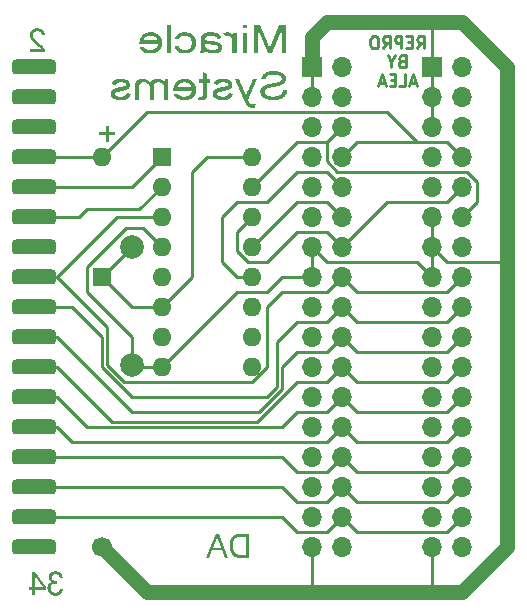
<source format=gbr>
%TF.GenerationSoftware,KiCad,Pcbnew,7.0.10+1*%
%TF.CreationDate,2024-01-16T19:36:20+01:00*%
%TF.ProjectId,trump_card_4floppy_addon,7472756d-705f-4636-9172-645f34666c6f,00*%
%TF.SameCoordinates,Original*%
%TF.FileFunction,Copper,L2,Bot*%
%TF.FilePolarity,Positive*%
%FSLAX46Y46*%
G04 Gerber Fmt 4.6, Leading zero omitted, Abs format (unit mm)*
G04 Created by KiCad (PCBNEW 7.0.10+1) date 2024-01-16 19:36:20*
%MOMM*%
%LPD*%
G01*
G04 APERTURE LIST*
G04 Aperture macros list*
%AMRoundRect*
0 Rectangle with rounded corners*
0 $1 Rounding radius*
0 $2 $3 $4 $5 $6 $7 $8 $9 X,Y pos of 4 corners*
0 Add a 4 corners polygon primitive as box body*
4,1,4,$2,$3,$4,$5,$6,$7,$8,$9,$2,$3,0*
0 Add four circle primitives for the rounded corners*
1,1,$1+$1,$2,$3*
1,1,$1+$1,$4,$5*
1,1,$1+$1,$6,$7*
1,1,$1+$1,$8,$9*
0 Add four rect primitives between the rounded corners*
20,1,$1+$1,$2,$3,$4,$5,0*
20,1,$1+$1,$4,$5,$6,$7,0*
20,1,$1+$1,$6,$7,$8,$9,0*
20,1,$1+$1,$8,$9,$2,$3,0*%
G04 Aperture macros list end*
%ADD10C,0.250000*%
%TA.AperFunction,NonConductor*%
%ADD11C,0.250000*%
%TD*%
%ADD12C,0.281250*%
%TA.AperFunction,NonConductor*%
%ADD13C,0.281250*%
%TD*%
%TA.AperFunction,ComponentPad*%
%ADD14R,1.700000X1.700000*%
%TD*%
%TA.AperFunction,ComponentPad*%
%ADD15O,1.700000X1.700000*%
%TD*%
%TA.AperFunction,ComponentPad*%
%ADD16R,1.600000X1.600000*%
%TD*%
%TA.AperFunction,ComponentPad*%
%ADD17O,1.600000X1.600000*%
%TD*%
%TA.AperFunction,ComponentPad*%
%ADD18C,2.000000*%
%TD*%
%TA.AperFunction,ComponentPad*%
%ADD19C,1.700000*%
%TD*%
%TA.AperFunction,SMDPad,CuDef*%
%ADD20RoundRect,0.317500X-1.532500X-0.317500X1.532500X-0.317500X1.532500X0.317500X-1.532500X0.317500X0*%
%TD*%
%TA.AperFunction,Conductor*%
%ADD21C,0.250000*%
%TD*%
%TA.AperFunction,Conductor*%
%ADD22C,1.270000*%
%TD*%
G04 APERTURE END LIST*
D10*
D11*
X161305666Y-72082619D02*
X161638999Y-71606428D01*
X161877094Y-72082619D02*
X161877094Y-71082619D01*
X161877094Y-71082619D02*
X161496142Y-71082619D01*
X161496142Y-71082619D02*
X161400904Y-71130238D01*
X161400904Y-71130238D02*
X161353285Y-71177857D01*
X161353285Y-71177857D02*
X161305666Y-71273095D01*
X161305666Y-71273095D02*
X161305666Y-71415952D01*
X161305666Y-71415952D02*
X161353285Y-71511190D01*
X161353285Y-71511190D02*
X161400904Y-71558809D01*
X161400904Y-71558809D02*
X161496142Y-71606428D01*
X161496142Y-71606428D02*
X161877094Y-71606428D01*
X160877094Y-71558809D02*
X160543761Y-71558809D01*
X160400904Y-72082619D02*
X160877094Y-72082619D01*
X160877094Y-72082619D02*
X160877094Y-71082619D01*
X160877094Y-71082619D02*
X160400904Y-71082619D01*
X159972332Y-72082619D02*
X159972332Y-71082619D01*
X159972332Y-71082619D02*
X159591380Y-71082619D01*
X159591380Y-71082619D02*
X159496142Y-71130238D01*
X159496142Y-71130238D02*
X159448523Y-71177857D01*
X159448523Y-71177857D02*
X159400904Y-71273095D01*
X159400904Y-71273095D02*
X159400904Y-71415952D01*
X159400904Y-71415952D02*
X159448523Y-71511190D01*
X159448523Y-71511190D02*
X159496142Y-71558809D01*
X159496142Y-71558809D02*
X159591380Y-71606428D01*
X159591380Y-71606428D02*
X159972332Y-71606428D01*
X158400904Y-72082619D02*
X158734237Y-71606428D01*
X158972332Y-72082619D02*
X158972332Y-71082619D01*
X158972332Y-71082619D02*
X158591380Y-71082619D01*
X158591380Y-71082619D02*
X158496142Y-71130238D01*
X158496142Y-71130238D02*
X158448523Y-71177857D01*
X158448523Y-71177857D02*
X158400904Y-71273095D01*
X158400904Y-71273095D02*
X158400904Y-71415952D01*
X158400904Y-71415952D02*
X158448523Y-71511190D01*
X158448523Y-71511190D02*
X158496142Y-71558809D01*
X158496142Y-71558809D02*
X158591380Y-71606428D01*
X158591380Y-71606428D02*
X158972332Y-71606428D01*
X157781856Y-71082619D02*
X157591380Y-71082619D01*
X157591380Y-71082619D02*
X157496142Y-71130238D01*
X157496142Y-71130238D02*
X157400904Y-71225476D01*
X157400904Y-71225476D02*
X157353285Y-71415952D01*
X157353285Y-71415952D02*
X157353285Y-71749285D01*
X157353285Y-71749285D02*
X157400904Y-71939761D01*
X157400904Y-71939761D02*
X157496142Y-72035000D01*
X157496142Y-72035000D02*
X157591380Y-72082619D01*
X157591380Y-72082619D02*
X157781856Y-72082619D01*
X157781856Y-72082619D02*
X157877094Y-72035000D01*
X157877094Y-72035000D02*
X157972332Y-71939761D01*
X157972332Y-71939761D02*
X158019951Y-71749285D01*
X158019951Y-71749285D02*
X158019951Y-71415952D01*
X158019951Y-71415952D02*
X157972332Y-71225476D01*
X157972332Y-71225476D02*
X157877094Y-71130238D01*
X157877094Y-71130238D02*
X157781856Y-71082619D01*
X159996142Y-73168809D02*
X159853285Y-73216428D01*
X159853285Y-73216428D02*
X159805666Y-73264047D01*
X159805666Y-73264047D02*
X159758047Y-73359285D01*
X159758047Y-73359285D02*
X159758047Y-73502142D01*
X159758047Y-73502142D02*
X159805666Y-73597380D01*
X159805666Y-73597380D02*
X159853285Y-73645000D01*
X159853285Y-73645000D02*
X159948523Y-73692619D01*
X159948523Y-73692619D02*
X160329475Y-73692619D01*
X160329475Y-73692619D02*
X160329475Y-72692619D01*
X160329475Y-72692619D02*
X159996142Y-72692619D01*
X159996142Y-72692619D02*
X159900904Y-72740238D01*
X159900904Y-72740238D02*
X159853285Y-72787857D01*
X159853285Y-72787857D02*
X159805666Y-72883095D01*
X159805666Y-72883095D02*
X159805666Y-72978333D01*
X159805666Y-72978333D02*
X159853285Y-73073571D01*
X159853285Y-73073571D02*
X159900904Y-73121190D01*
X159900904Y-73121190D02*
X159996142Y-73168809D01*
X159996142Y-73168809D02*
X160329475Y-73168809D01*
X159138999Y-73216428D02*
X159138999Y-73692619D01*
X159472332Y-72692619D02*
X159138999Y-73216428D01*
X159138999Y-73216428D02*
X158805666Y-72692619D01*
X161162809Y-75016904D02*
X160686619Y-75016904D01*
X161258047Y-75302619D02*
X160924714Y-74302619D01*
X160924714Y-74302619D02*
X160591381Y-75302619D01*
X159781857Y-75302619D02*
X160258047Y-75302619D01*
X160258047Y-75302619D02*
X160258047Y-74302619D01*
X159448523Y-74778809D02*
X159115190Y-74778809D01*
X158972333Y-75302619D02*
X159448523Y-75302619D01*
X159448523Y-75302619D02*
X159448523Y-74302619D01*
X159448523Y-74302619D02*
X158972333Y-74302619D01*
X158591380Y-75016904D02*
X158115190Y-75016904D01*
X158686618Y-75302619D02*
X158353285Y-74302619D01*
X158353285Y-74302619D02*
X158019952Y-75302619D01*
D12*
D13*
G36*
X128504391Y-72180895D02*
G01*
X128504391Y-72431000D01*
X129836003Y-72431000D01*
X129836087Y-72408392D01*
X129835118Y-72385998D01*
X129833095Y-72363817D01*
X129830019Y-72341851D01*
X129825890Y-72320098D01*
X129820707Y-72298559D01*
X129814471Y-72277233D01*
X129807182Y-72256122D01*
X129797120Y-72230236D01*
X129785985Y-72204418D01*
X129773776Y-72178670D01*
X129760494Y-72152990D01*
X129746138Y-72127379D01*
X129735972Y-72110343D01*
X129725328Y-72093338D01*
X129714207Y-72076363D01*
X129702610Y-72059418D01*
X129690535Y-72042505D01*
X129677983Y-72025621D01*
X129664954Y-72008768D01*
X129651448Y-71991946D01*
X129644517Y-71983547D01*
X129630085Y-71966618D01*
X129614879Y-71949414D01*
X129598899Y-71931935D01*
X129582143Y-71914182D01*
X129564613Y-71896153D01*
X129546308Y-71877851D01*
X129527229Y-71859273D01*
X129507374Y-71840420D01*
X129486745Y-71821293D01*
X129465342Y-71801891D01*
X129443163Y-71782214D01*
X129420210Y-71762263D01*
X129396482Y-71742036D01*
X129371980Y-71721535D01*
X129346703Y-71700759D01*
X129320651Y-71679709D01*
X129300342Y-71663333D01*
X129280450Y-71647180D01*
X129260973Y-71631250D01*
X129241913Y-71615541D01*
X129223268Y-71600055D01*
X129205040Y-71584792D01*
X129187227Y-71569750D01*
X129169831Y-71554931D01*
X129152850Y-71540334D01*
X129136285Y-71525960D01*
X129120137Y-71511807D01*
X129104404Y-71497877D01*
X129089087Y-71484170D01*
X129074187Y-71470684D01*
X129059702Y-71457421D01*
X129031980Y-71431562D01*
X129005923Y-71406592D01*
X128981529Y-71382511D01*
X128958799Y-71359320D01*
X128937733Y-71337017D01*
X128918331Y-71315604D01*
X128900593Y-71295080D01*
X128884519Y-71275445D01*
X128877106Y-71265961D01*
X128863086Y-71247221D01*
X128849972Y-71228615D01*
X128837761Y-71210142D01*
X128826456Y-71191803D01*
X128816054Y-71173597D01*
X128806558Y-71155525D01*
X128797965Y-71137587D01*
X128786772Y-71110929D01*
X128777615Y-71084573D01*
X128770492Y-71058516D01*
X128765405Y-71032761D01*
X128762352Y-71007306D01*
X128761334Y-70982151D01*
X128762258Y-70956251D01*
X128765027Y-70931123D01*
X128769642Y-70906769D01*
X128776104Y-70883187D01*
X128784411Y-70860378D01*
X128794565Y-70838342D01*
X128806565Y-70817078D01*
X128820411Y-70796587D01*
X128836103Y-70776870D01*
X128853641Y-70757925D01*
X128866359Y-70745724D01*
X128886618Y-70728439D01*
X128908010Y-70712854D01*
X128930536Y-70698969D01*
X128954195Y-70686785D01*
X128978987Y-70676301D01*
X129004913Y-70667517D01*
X129031973Y-70660433D01*
X129060166Y-70655049D01*
X129079591Y-70652404D01*
X129099519Y-70650515D01*
X129119952Y-70649382D01*
X129140888Y-70649004D01*
X129162898Y-70649361D01*
X129184355Y-70650431D01*
X129205259Y-70652215D01*
X129225610Y-70654713D01*
X129245407Y-70657924D01*
X129264650Y-70661849D01*
X129292478Y-70669075D01*
X129319061Y-70677906D01*
X129344399Y-70688343D01*
X129368492Y-70700386D01*
X129391339Y-70714035D01*
X129412942Y-70729289D01*
X129426652Y-70740351D01*
X129445783Y-70758092D01*
X129463059Y-70777061D01*
X129478481Y-70797259D01*
X129492048Y-70818684D01*
X129503760Y-70841337D01*
X129513618Y-70865218D01*
X129521620Y-70890327D01*
X129527769Y-70916663D01*
X129532062Y-70944228D01*
X129534500Y-70973020D01*
X129535096Y-70992898D01*
X129789108Y-70961635D01*
X129785307Y-70927828D01*
X129780377Y-70895040D01*
X129774316Y-70863271D01*
X129767127Y-70832522D01*
X129758807Y-70802791D01*
X129749358Y-70774079D01*
X129738779Y-70746386D01*
X129727071Y-70719712D01*
X129714233Y-70694057D01*
X129700265Y-70669421D01*
X129685168Y-70645804D01*
X129668941Y-70623206D01*
X129651584Y-70601626D01*
X129633098Y-70581066D01*
X129613482Y-70561525D01*
X129592737Y-70543002D01*
X129570971Y-70525552D01*
X129548293Y-70509228D01*
X129524702Y-70494030D01*
X129500200Y-70479957D01*
X129474785Y-70467010D01*
X129448458Y-70455189D01*
X129421219Y-70444494D01*
X129393069Y-70434925D01*
X129364006Y-70426481D01*
X129334031Y-70419164D01*
X129303143Y-70412972D01*
X129271344Y-70407905D01*
X129238633Y-70403965D01*
X129205009Y-70401151D01*
X129170474Y-70399462D01*
X129135026Y-70398899D01*
X129099288Y-70399536D01*
X129064493Y-70401448D01*
X129030641Y-70404635D01*
X128997731Y-70409096D01*
X128965764Y-70414832D01*
X128934739Y-70421843D01*
X128904657Y-70430128D01*
X128875518Y-70439688D01*
X128847321Y-70450522D01*
X128820067Y-70462631D01*
X128793756Y-70476015D01*
X128768387Y-70490673D01*
X128743961Y-70506606D01*
X128720477Y-70523814D01*
X128697936Y-70542296D01*
X128676338Y-70562053D01*
X128655871Y-70582692D01*
X128636725Y-70603941D01*
X128618899Y-70625801D01*
X128602393Y-70648271D01*
X128587208Y-70671352D01*
X128573344Y-70695043D01*
X128560800Y-70719346D01*
X128549576Y-70744258D01*
X128539673Y-70769782D01*
X128531090Y-70795916D01*
X128523827Y-70822660D01*
X128517885Y-70850016D01*
X128513264Y-70877981D01*
X128509963Y-70906558D01*
X128507982Y-70935745D01*
X128507322Y-70965542D01*
X128507756Y-70988497D01*
X128509056Y-71011384D01*
X128511225Y-71034201D01*
X128514260Y-71056950D01*
X128518163Y-71079631D01*
X128522932Y-71102242D01*
X128528570Y-71124785D01*
X128535074Y-71147259D01*
X128542446Y-71169665D01*
X128550685Y-71192001D01*
X128556659Y-71206854D01*
X128566485Y-71229131D01*
X128577462Y-71251631D01*
X128589589Y-71274354D01*
X128602867Y-71297301D01*
X128617295Y-71320470D01*
X128632874Y-71343863D01*
X128649604Y-71367479D01*
X128661396Y-71383347D01*
X128673700Y-71399315D01*
X128686515Y-71415381D01*
X128699842Y-71431547D01*
X128713679Y-71447812D01*
X128720790Y-71455982D01*
X128735731Y-71472688D01*
X128751855Y-71490077D01*
X128769162Y-71508149D01*
X128787652Y-71526904D01*
X128807325Y-71546342D01*
X128828181Y-71566464D01*
X128850220Y-71587268D01*
X128873442Y-71608756D01*
X128897847Y-71630927D01*
X128923435Y-71653781D01*
X128950207Y-71677318D01*
X128978161Y-71701538D01*
X129007298Y-71726441D01*
X129022311Y-71739149D01*
X129037619Y-71752027D01*
X129053223Y-71765077D01*
X129069122Y-71778297D01*
X129085318Y-71791688D01*
X129101809Y-71805249D01*
X129129031Y-71827447D01*
X129155008Y-71848732D01*
X129179742Y-71869105D01*
X129203231Y-71888567D01*
X129225476Y-71907116D01*
X129246477Y-71924753D01*
X129266234Y-71941478D01*
X129284747Y-71957290D01*
X129302016Y-71972191D01*
X129318040Y-71986180D01*
X129332821Y-71999256D01*
X129352659Y-72017161D01*
X129369698Y-72033013D01*
X129383937Y-72046814D01*
X129388062Y-72050958D01*
X129403472Y-72067093D01*
X129418195Y-72083259D01*
X129432231Y-72099455D01*
X129445581Y-72115682D01*
X129458243Y-72131939D01*
X129470219Y-72148227D01*
X129481507Y-72164546D01*
X129492109Y-72180895D01*
X128504391Y-72180895D01*
G37*
D12*
D13*
G36*
X150197072Y-72487500D02*
G01*
X150197072Y-70099781D01*
X149625580Y-70099781D01*
X148946195Y-71775202D01*
X148934646Y-71804015D01*
X148923495Y-71831908D01*
X148912741Y-71858883D01*
X148902384Y-71884938D01*
X148892424Y-71910074D01*
X148882861Y-71934290D01*
X148873695Y-71957588D01*
X148864926Y-71979966D01*
X148852516Y-72011810D01*
X148841000Y-72041585D01*
X148830377Y-72069292D01*
X148820648Y-72094930D01*
X148811811Y-72118501D01*
X148809064Y-72125898D01*
X148799445Y-72100619D01*
X148788859Y-72073211D01*
X148777306Y-72043675D01*
X148764786Y-72012010D01*
X148755903Y-71989717D01*
X148746590Y-71966478D01*
X148736848Y-71942292D01*
X148726675Y-71917161D01*
X148716074Y-71891083D01*
X148705042Y-71864060D01*
X148693581Y-71836090D01*
X148681690Y-71807174D01*
X148669370Y-71777312D01*
X148656620Y-71746503D01*
X147969577Y-70099781D01*
X147458646Y-70099781D01*
X147458646Y-72487500D01*
X147824790Y-72487500D01*
X147824790Y-70467123D01*
X148658709Y-72487500D01*
X149001186Y-72487500D01*
X149831624Y-70467123D01*
X149831624Y-72487500D01*
X150197072Y-72487500D01*
G37*
G36*
X146906645Y-70393654D02*
G01*
X146906645Y-70099781D01*
X146554422Y-70099781D01*
X146554422Y-70393654D01*
X146906645Y-70393654D01*
G37*
G36*
X146906645Y-72487500D02*
G01*
X146906645Y-70760996D01*
X146554422Y-70760996D01*
X146554422Y-72487500D01*
X146906645Y-72487500D01*
G37*
G36*
X146027480Y-72487500D02*
G01*
X146027480Y-70760996D01*
X145710062Y-70760996D01*
X145710062Y-71016413D01*
X145694993Y-70994575D01*
X145680065Y-70973688D01*
X145665279Y-70953751D01*
X145643364Y-70925629D01*
X145621767Y-70899645D01*
X145600489Y-70875801D01*
X145579529Y-70854096D01*
X145558887Y-70834529D01*
X145538563Y-70817101D01*
X145511959Y-70797192D01*
X145485921Y-70781085D01*
X145459850Y-70767767D01*
X145433148Y-70756225D01*
X145405816Y-70746458D01*
X145377852Y-70738467D01*
X145349258Y-70732252D01*
X145320033Y-70727813D01*
X145290177Y-70725149D01*
X145259691Y-70724262D01*
X145226229Y-70725059D01*
X145192670Y-70727450D01*
X145159013Y-70731435D01*
X145125258Y-70737014D01*
X145091405Y-70744188D01*
X145057454Y-70752956D01*
X145023406Y-70763317D01*
X144989259Y-70775273D01*
X144955014Y-70788823D01*
X144920672Y-70803967D01*
X144897723Y-70814949D01*
X145018843Y-71083567D01*
X145043113Y-71071874D01*
X145075454Y-71058071D01*
X145107773Y-71046314D01*
X145140071Y-71036601D01*
X145172347Y-71028933D01*
X145204601Y-71023310D01*
X145236833Y-71019732D01*
X145269044Y-71018198D01*
X145277093Y-71018135D01*
X145305622Y-71019040D01*
X145333433Y-71021758D01*
X145367187Y-71027702D01*
X145399820Y-71036477D01*
X145431331Y-71048082D01*
X145455732Y-71059405D01*
X145479416Y-71072539D01*
X145485225Y-71076106D01*
X145507369Y-71091298D01*
X145527860Y-71107889D01*
X145546698Y-71125880D01*
X145563883Y-71145269D01*
X145579415Y-71166058D01*
X145593293Y-71188245D01*
X145605518Y-71211832D01*
X145616090Y-71236817D01*
X145626664Y-71266460D01*
X145636198Y-71296627D01*
X145644692Y-71327319D01*
X145652145Y-71358535D01*
X145658559Y-71390276D01*
X145663933Y-71422542D01*
X145668266Y-71455332D01*
X145671560Y-71488647D01*
X145673813Y-71522487D01*
X145675027Y-71556851D01*
X145675258Y-71580052D01*
X145675258Y-72487500D01*
X146027480Y-72487500D01*
G37*
G36*
X143849941Y-70724492D02*
G01*
X143882690Y-70725185D01*
X143914939Y-70726340D01*
X143946687Y-70727956D01*
X143977935Y-70730035D01*
X144008683Y-70732575D01*
X144038930Y-70735577D01*
X144068677Y-70739041D01*
X144097924Y-70742967D01*
X144126670Y-70747355D01*
X144154916Y-70752204D01*
X144182662Y-70757516D01*
X144209908Y-70763289D01*
X144249838Y-70772815D01*
X144288642Y-70783381D01*
X144313677Y-70790965D01*
X144349832Y-70803074D01*
X144384311Y-70816061D01*
X144417114Y-70829925D01*
X144448240Y-70844668D01*
X144477690Y-70860288D01*
X144505464Y-70876785D01*
X144531561Y-70894161D01*
X144555982Y-70912414D01*
X144578727Y-70931545D01*
X144599795Y-70951554D01*
X144613043Y-70965455D01*
X144632017Y-70987315D01*
X144649914Y-71010386D01*
X144666734Y-71034668D01*
X144682478Y-71060160D01*
X144697145Y-71086863D01*
X144710735Y-71114777D01*
X144723248Y-71143901D01*
X144734685Y-71174237D01*
X144745045Y-71205783D01*
X144754328Y-71238539D01*
X144409762Y-71275273D01*
X144406135Y-71266355D01*
X144394535Y-71240629D01*
X144381859Y-71216446D01*
X144368105Y-71193808D01*
X144353275Y-71172713D01*
X144337369Y-71153161D01*
X144314485Y-71129494D01*
X144289686Y-71108571D01*
X144262974Y-71090392D01*
X144234347Y-71074958D01*
X144226824Y-71071462D01*
X144194189Y-71058588D01*
X144167044Y-71050098D01*
X144137610Y-71042606D01*
X144105888Y-71036114D01*
X144071878Y-71030620D01*
X144035580Y-71026125D01*
X143996994Y-71022629D01*
X143956120Y-71020132D01*
X143927599Y-71019022D01*
X143898061Y-71018356D01*
X143867506Y-71018135D01*
X143850972Y-71018217D01*
X143818675Y-71018881D01*
X143787405Y-71020208D01*
X143757163Y-71022199D01*
X143727949Y-71024854D01*
X143699763Y-71028172D01*
X143659410Y-71034394D01*
X143621371Y-71042109D01*
X143585644Y-71051317D01*
X143552229Y-71062019D01*
X143521127Y-71074213D01*
X143492338Y-71087901D01*
X143465861Y-71103082D01*
X143442531Y-71120283D01*
X143422312Y-71140319D01*
X143405203Y-71163188D01*
X143391205Y-71188891D01*
X143380318Y-71217428D01*
X143374194Y-71240691D01*
X143369820Y-71265547D01*
X143367195Y-71291998D01*
X143366320Y-71320043D01*
X143366550Y-71337488D01*
X143367103Y-71362015D01*
X143367712Y-71385476D01*
X143393824Y-71392731D01*
X143421692Y-71399861D01*
X143451317Y-71406865D01*
X143482698Y-71413744D01*
X143515836Y-71420497D01*
X143550730Y-71427125D01*
X143587381Y-71433627D01*
X143625788Y-71440003D01*
X143665952Y-71446254D01*
X143707873Y-71452379D01*
X143751550Y-71458379D01*
X143796984Y-71464253D01*
X143844174Y-71470002D01*
X143893120Y-71475625D01*
X143943824Y-71481123D01*
X143996284Y-71486495D01*
X144022061Y-71489156D01*
X144059177Y-71493173D01*
X144094433Y-71497221D01*
X144127829Y-71501298D01*
X144159365Y-71505407D01*
X144189041Y-71509545D01*
X144216858Y-71513713D01*
X144251053Y-71519319D01*
X144281942Y-71524978D01*
X144309525Y-71530690D01*
X144344406Y-71539354D01*
X144378395Y-71548986D01*
X144411492Y-71559586D01*
X144443697Y-71571155D01*
X144475010Y-71583693D01*
X144505431Y-71597199D01*
X144534961Y-71611674D01*
X144563599Y-71627117D01*
X144590953Y-71643691D01*
X144616980Y-71661556D01*
X144641681Y-71680712D01*
X144665054Y-71701160D01*
X144687101Y-71722899D01*
X144707820Y-71745929D01*
X144727213Y-71770251D01*
X144745279Y-71795865D01*
X144757719Y-71815756D01*
X144772402Y-71842889D01*
X144784910Y-71870723D01*
X144795242Y-71899255D01*
X144803400Y-71928487D01*
X144809382Y-71958419D01*
X144812441Y-71981327D01*
X144814276Y-72004628D01*
X144814888Y-72028323D01*
X144814170Y-72055140D01*
X144812016Y-72081352D01*
X144808427Y-72106959D01*
X144803402Y-72131961D01*
X144796942Y-72156357D01*
X144789045Y-72180147D01*
X144779713Y-72203332D01*
X144768946Y-72225912D01*
X144756742Y-72247887D01*
X144743103Y-72269256D01*
X144728029Y-72290020D01*
X144711518Y-72310178D01*
X144693572Y-72329732D01*
X144674190Y-72348679D01*
X144653373Y-72367022D01*
X144631120Y-72384759D01*
X144607444Y-72401648D01*
X144582534Y-72417448D01*
X144556390Y-72432158D01*
X144529012Y-72445779D01*
X144500398Y-72458310D01*
X144470551Y-72469751D01*
X144439469Y-72480103D01*
X144407152Y-72489365D01*
X144373601Y-72497537D01*
X144338815Y-72504620D01*
X144302795Y-72510613D01*
X144265541Y-72515516D01*
X144227052Y-72519330D01*
X144187328Y-72522054D01*
X144146370Y-72523689D01*
X144104178Y-72524234D01*
X144078267Y-72524007D01*
X144039799Y-72522818D01*
X144001809Y-72520610D01*
X143964295Y-72517384D01*
X143927259Y-72513138D01*
X143890700Y-72507873D01*
X143854618Y-72501589D01*
X143819013Y-72494286D01*
X143783886Y-72485964D01*
X143749235Y-72476623D01*
X143715062Y-72466263D01*
X143703737Y-72462558D01*
X143669588Y-72450469D01*
X143635182Y-72436918D01*
X143600520Y-72421903D01*
X143565600Y-72405426D01*
X143530424Y-72387485D01*
X143506830Y-72374712D01*
X143483122Y-72361289D01*
X143459300Y-72347215D01*
X143435364Y-72332492D01*
X143411313Y-72317118D01*
X143387149Y-72301094D01*
X143362870Y-72284419D01*
X143338476Y-72267095D01*
X143337481Y-72274955D01*
X143334028Y-72298161D01*
X143328340Y-72328223D01*
X143321411Y-72357280D01*
X143313243Y-72385333D01*
X143303835Y-72412381D01*
X143293187Y-72438425D01*
X143281299Y-72463464D01*
X143268171Y-72487500D01*
X142899938Y-72487500D01*
X142908120Y-72472679D01*
X142919751Y-72450298D01*
X142930610Y-72427735D01*
X142940699Y-72404990D01*
X142950016Y-72382064D01*
X142958563Y-72358956D01*
X142966339Y-72335666D01*
X142973344Y-72312195D01*
X142979578Y-72288542D01*
X142985042Y-72264708D01*
X142989734Y-72240692D01*
X142993715Y-72214253D01*
X142997304Y-72183365D01*
X142999480Y-72160300D01*
X143001481Y-72135259D01*
X143003308Y-72108239D01*
X143004961Y-72079243D01*
X143006441Y-72048268D01*
X143007746Y-72015317D01*
X143008877Y-71980387D01*
X143009834Y-71943481D01*
X143010617Y-71904596D01*
X143011226Y-71863735D01*
X143011661Y-71820895D01*
X143011922Y-71776079D01*
X143011988Y-71752929D01*
X143012009Y-71729284D01*
X143012009Y-71679349D01*
X143367712Y-71679349D01*
X143367712Y-71762575D01*
X143368214Y-71790125D01*
X143369719Y-71816384D01*
X143372227Y-71841352D01*
X143375739Y-71865028D01*
X143381982Y-71894588D01*
X143390009Y-71921851D01*
X143399820Y-71946819D01*
X143411414Y-71969491D01*
X143424792Y-71989867D01*
X143444728Y-72014377D01*
X143467297Y-72037973D01*
X143485951Y-72055069D01*
X143506085Y-72071651D01*
X143527700Y-72087718D01*
X143550795Y-72103271D01*
X143575371Y-72118309D01*
X143601428Y-72132833D01*
X143628965Y-72146842D01*
X143657983Y-72160336D01*
X143677995Y-72168816D01*
X143708667Y-72180509D01*
X143740122Y-72190972D01*
X143772359Y-72200204D01*
X143805380Y-72208204D01*
X143839184Y-72214974D01*
X143873771Y-72220513D01*
X143909141Y-72224822D01*
X143945295Y-72227899D01*
X143982231Y-72229745D01*
X144019951Y-72230361D01*
X144045236Y-72230112D01*
X144081725Y-72228805D01*
X144116490Y-72226379D01*
X144149529Y-72222832D01*
X144180843Y-72218166D01*
X144210432Y-72212380D01*
X144238295Y-72205474D01*
X144272763Y-72194523D01*
X144304163Y-72181582D01*
X144332496Y-72166650D01*
X144339048Y-72162637D01*
X144363178Y-72145970D01*
X144383979Y-72128315D01*
X144401452Y-72109675D01*
X144418613Y-72084987D01*
X144430574Y-72058757D01*
X144437334Y-72030987D01*
X144438998Y-72007660D01*
X144437285Y-71984798D01*
X144430956Y-71959094D01*
X144419964Y-71934434D01*
X144406831Y-71914127D01*
X144390272Y-71894588D01*
X144377285Y-71882203D01*
X144355440Y-71865071D01*
X144330756Y-71849675D01*
X144303233Y-71836014D01*
X144278129Y-71825955D01*
X144251053Y-71817102D01*
X144245274Y-71815457D01*
X144212665Y-71807382D01*
X144182124Y-71801105D01*
X144147624Y-71794988D01*
X144119151Y-71790507D01*
X144088450Y-71786116D01*
X144055523Y-71781817D01*
X144020369Y-71777608D01*
X143982988Y-71773489D01*
X143943381Y-71769462D01*
X143919596Y-71767115D01*
X143873148Y-71762331D01*
X143828196Y-71757425D01*
X143784739Y-71752398D01*
X143742778Y-71747251D01*
X143702312Y-71741982D01*
X143663341Y-71736592D01*
X143625867Y-71731081D01*
X143589887Y-71725449D01*
X143555404Y-71719695D01*
X143522415Y-71713821D01*
X143490923Y-71707826D01*
X143460925Y-71701710D01*
X143432424Y-71695472D01*
X143405418Y-71689114D01*
X143367712Y-71679349D01*
X143012009Y-71679349D01*
X143012009Y-71364239D01*
X143012026Y-71352937D01*
X143012281Y-71320294D01*
X143012842Y-71289549D01*
X143013709Y-71260700D01*
X143014881Y-71233748D01*
X143016360Y-71208693D01*
X143018144Y-71185534D01*
X143020999Y-71157607D01*
X143024398Y-71133052D01*
X143029412Y-71107100D01*
X143037982Y-71077621D01*
X143048032Y-71049452D01*
X143059561Y-71022592D01*
X143072569Y-70997041D01*
X143087057Y-70972800D01*
X143103023Y-70949868D01*
X143120469Y-70928245D01*
X143139394Y-70907932D01*
X143144353Y-70903008D01*
X143165916Y-70883838D01*
X143190241Y-70865512D01*
X143217329Y-70848028D01*
X143247179Y-70831387D01*
X143271380Y-70819460D01*
X143297134Y-70808007D01*
X143324443Y-70797028D01*
X143353306Y-70786523D01*
X143383722Y-70776493D01*
X143415797Y-70767159D01*
X143449634Y-70758742D01*
X143485232Y-70751244D01*
X143522593Y-70744664D01*
X143561715Y-70739003D01*
X143602600Y-70734259D01*
X143630835Y-70731607D01*
X143659853Y-70729362D01*
X143689655Y-70727526D01*
X143720239Y-70726098D01*
X143751607Y-70725078D01*
X143783758Y-70724466D01*
X143816692Y-70724262D01*
X143849941Y-70724492D01*
G37*
G36*
X141119335Y-71863019D02*
G01*
X140772681Y-71899754D01*
X140780507Y-71935918D01*
X140789713Y-71971087D01*
X140800302Y-72005261D01*
X140812271Y-72038439D01*
X140825622Y-72070622D01*
X140840354Y-72101809D01*
X140856468Y-72132001D01*
X140873962Y-72161197D01*
X140892838Y-72189398D01*
X140913096Y-72216603D01*
X140934734Y-72242813D01*
X140957754Y-72268027D01*
X140982156Y-72292246D01*
X141007938Y-72315470D01*
X141035102Y-72337698D01*
X141063647Y-72358930D01*
X141093299Y-72378947D01*
X141123783Y-72397673D01*
X141155099Y-72415107D01*
X141187247Y-72431250D01*
X141220227Y-72446102D01*
X141254040Y-72459662D01*
X141288684Y-72471931D01*
X141324160Y-72482908D01*
X141360468Y-72492593D01*
X141397609Y-72500988D01*
X141435581Y-72508091D01*
X141474385Y-72513902D01*
X141514022Y-72518422D01*
X141554490Y-72521651D01*
X141595791Y-72523588D01*
X141637923Y-72524234D01*
X141690693Y-72523332D01*
X141742152Y-72520628D01*
X141792301Y-72516122D01*
X141841139Y-72509813D01*
X141888666Y-72501701D01*
X141934883Y-72491786D01*
X141979789Y-72480069D01*
X142023384Y-72466550D01*
X142065669Y-72451227D01*
X142106644Y-72434102D01*
X142146307Y-72415175D01*
X142184660Y-72394445D01*
X142221703Y-72371912D01*
X142257435Y-72347576D01*
X142291856Y-72321438D01*
X142324966Y-72293497D01*
X142356323Y-72263801D01*
X142385657Y-72232540D01*
X142412968Y-72199714D01*
X142438255Y-72165323D01*
X142461520Y-72129366D01*
X142482762Y-72091845D01*
X142501980Y-72052759D01*
X142519176Y-72012108D01*
X142534349Y-71969892D01*
X142547498Y-71926111D01*
X142553314Y-71903634D01*
X142558625Y-71880765D01*
X142563430Y-71857506D01*
X142567728Y-71833855D01*
X142571522Y-71809812D01*
X142574809Y-71785379D01*
X142577591Y-71760554D01*
X142579867Y-71735338D01*
X142581637Y-71709731D01*
X142582901Y-71683732D01*
X142583660Y-71657342D01*
X142583913Y-71630561D01*
X142583478Y-71595966D01*
X142582172Y-71561918D01*
X142579997Y-71528417D01*
X142576952Y-71495463D01*
X142573036Y-71463056D01*
X142568251Y-71431196D01*
X142562595Y-71399883D01*
X142556069Y-71369118D01*
X142548673Y-71338899D01*
X142540407Y-71309227D01*
X142531271Y-71280103D01*
X142521264Y-71251525D01*
X142510388Y-71223495D01*
X142498641Y-71196012D01*
X142486025Y-71169075D01*
X142472538Y-71142686D01*
X142458078Y-71116909D01*
X142442715Y-71091953D01*
X142426449Y-71067817D01*
X142409281Y-71044501D01*
X142391209Y-71022007D01*
X142372235Y-71000332D01*
X142352359Y-70979479D01*
X142331579Y-70959446D01*
X142309897Y-70940234D01*
X142287312Y-70921842D01*
X142263824Y-70904271D01*
X142239434Y-70887520D01*
X142214141Y-70871590D01*
X142187945Y-70856481D01*
X142160846Y-70842192D01*
X142132845Y-70828724D01*
X142104150Y-70816074D01*
X142075145Y-70804241D01*
X142045831Y-70793223D01*
X142016206Y-70783022D01*
X141986271Y-70773636D01*
X141956027Y-70765067D01*
X141925472Y-70757314D01*
X141894607Y-70750377D01*
X141863433Y-70744256D01*
X141831948Y-70738952D01*
X141800154Y-70734463D01*
X141768049Y-70730790D01*
X141735635Y-70727934D01*
X141702910Y-70725894D01*
X141669876Y-70724670D01*
X141636531Y-70724262D01*
X141594641Y-70724822D01*
X141553718Y-70726504D01*
X141513763Y-70729306D01*
X141474777Y-70733230D01*
X141436758Y-70738274D01*
X141399708Y-70744440D01*
X141363625Y-70751727D01*
X141328510Y-70760135D01*
X141294364Y-70769664D01*
X141261185Y-70780313D01*
X141228975Y-70792084D01*
X141197732Y-70804976D01*
X141167458Y-70818989D01*
X141138151Y-70834123D01*
X141109812Y-70850378D01*
X141082442Y-70867754D01*
X141056075Y-70886162D01*
X141030920Y-70905511D01*
X141006978Y-70925801D01*
X140984249Y-70947034D01*
X140962733Y-70969208D01*
X140942430Y-70992324D01*
X140923339Y-71016381D01*
X140905461Y-71041380D01*
X140888795Y-71067321D01*
X140873342Y-71094204D01*
X140859102Y-71122028D01*
X140846075Y-71150794D01*
X140834261Y-71180501D01*
X140823659Y-71211150D01*
X140814270Y-71242741D01*
X140806093Y-71275273D01*
X141148571Y-71312008D01*
X141158374Y-71285205D01*
X141169511Y-71259684D01*
X141181981Y-71235445D01*
X141195785Y-71212486D01*
X141210923Y-71190809D01*
X141227395Y-71170414D01*
X141245200Y-71151300D01*
X141264339Y-71133467D01*
X141284812Y-71116915D01*
X141306619Y-71101645D01*
X141321898Y-71092177D01*
X141345713Y-71078945D01*
X141370434Y-71067014D01*
X141396060Y-71056385D01*
X141422592Y-71047057D01*
X141450029Y-71039031D01*
X141478372Y-71032307D01*
X141507620Y-71026884D01*
X141537773Y-71022762D01*
X141568832Y-71019942D01*
X141600797Y-71018424D01*
X141622609Y-71018135D01*
X141655543Y-71018702D01*
X141687694Y-71020404D01*
X141719062Y-71023240D01*
X141749646Y-71027210D01*
X141779448Y-71032316D01*
X141808466Y-71038555D01*
X141836701Y-71045930D01*
X141864153Y-71054438D01*
X141890822Y-71064081D01*
X141916708Y-71074859D01*
X141941811Y-71086771D01*
X141966131Y-71099818D01*
X141989667Y-71113999D01*
X142012421Y-71129314D01*
X142034391Y-71145765D01*
X142055579Y-71163349D01*
X142075725Y-71182160D01*
X142094571Y-71202289D01*
X142112117Y-71223737D01*
X142128364Y-71246503D01*
X142143311Y-71270587D01*
X142156958Y-71295990D01*
X142169305Y-71322711D01*
X142180353Y-71350751D01*
X142190101Y-71380108D01*
X142198549Y-71410784D01*
X142205698Y-71442779D01*
X142211547Y-71476091D01*
X142216096Y-71510722D01*
X142219345Y-71546672D01*
X142221295Y-71583940D01*
X142221945Y-71622526D01*
X142221319Y-71661735D01*
X142219443Y-71699581D01*
X142216316Y-71736064D01*
X142211938Y-71771184D01*
X142206310Y-71804941D01*
X142199430Y-71837334D01*
X142191300Y-71868364D01*
X142181919Y-71898032D01*
X142171288Y-71926336D01*
X142159405Y-71953276D01*
X142146272Y-71978854D01*
X142131888Y-72003068D01*
X142116253Y-72025919D01*
X142099367Y-72047407D01*
X142081231Y-72067532D01*
X142061844Y-72086294D01*
X142041360Y-72103740D01*
X142020111Y-72120060D01*
X141998094Y-72135254D01*
X141975311Y-72149323D01*
X141951760Y-72162267D01*
X141927443Y-72174085D01*
X141902360Y-72184777D01*
X141876509Y-72194344D01*
X141849892Y-72202785D01*
X141822507Y-72210101D01*
X141794357Y-72216292D01*
X141765439Y-72221356D01*
X141735754Y-72225296D01*
X141705303Y-72228110D01*
X141674085Y-72229798D01*
X141642100Y-72230361D01*
X141603805Y-72229569D01*
X141566710Y-72227193D01*
X141530814Y-72223233D01*
X141496116Y-72217688D01*
X141462618Y-72210560D01*
X141430319Y-72201848D01*
X141399220Y-72191552D01*
X141369319Y-72179672D01*
X141340617Y-72166208D01*
X141313115Y-72151159D01*
X141295446Y-72140247D01*
X141270242Y-72122498D01*
X141246837Y-72103045D01*
X141225230Y-72081886D01*
X141205422Y-72059021D01*
X141187412Y-72034452D01*
X141171202Y-72008178D01*
X141156790Y-71980199D01*
X141144177Y-71950514D01*
X141133362Y-71919124D01*
X141124346Y-71886030D01*
X141119335Y-71863019D01*
G37*
G36*
X140490764Y-72487500D02*
G01*
X140490764Y-70099781D01*
X140137845Y-70099781D01*
X140137845Y-72487500D01*
X140490764Y-72487500D01*
G37*
G36*
X138796804Y-70725199D02*
G01*
X138848780Y-70728010D01*
X138899500Y-70732696D01*
X138948963Y-70739257D01*
X138997170Y-70747691D01*
X139044121Y-70758000D01*
X139089816Y-70770184D01*
X139134254Y-70784241D01*
X139177436Y-70800174D01*
X139219362Y-70817980D01*
X139260032Y-70837661D01*
X139299445Y-70859216D01*
X139337603Y-70882646D01*
X139374504Y-70907950D01*
X139410149Y-70935129D01*
X139444537Y-70964181D01*
X139461154Y-70979366D01*
X139492804Y-71010876D01*
X139522345Y-71043907D01*
X139549775Y-71078457D01*
X139575095Y-71114527D01*
X139598306Y-71152118D01*
X139619406Y-71191229D01*
X139638396Y-71231860D01*
X139655276Y-71274011D01*
X139670047Y-71317682D01*
X139676640Y-71340087D01*
X139682707Y-71362873D01*
X139688246Y-71386039D01*
X139693257Y-71409584D01*
X139697741Y-71433510D01*
X139701697Y-71457816D01*
X139705126Y-71482501D01*
X139708027Y-71507567D01*
X139710401Y-71533013D01*
X139712247Y-71558839D01*
X139713566Y-71585045D01*
X139714357Y-71611631D01*
X139714621Y-71638597D01*
X139714360Y-71664673D01*
X139713577Y-71690384D01*
X139712272Y-71715730D01*
X139710444Y-71740710D01*
X139708095Y-71765324D01*
X139705224Y-71789574D01*
X139701830Y-71813457D01*
X139697915Y-71836975D01*
X139693477Y-71860128D01*
X139688517Y-71882916D01*
X139677032Y-71927394D01*
X139663458Y-71970410D01*
X139647796Y-72011965D01*
X139630046Y-72052058D01*
X139610207Y-72090688D01*
X139588280Y-72127858D01*
X139564265Y-72163565D01*
X139538162Y-72197810D01*
X139509970Y-72230594D01*
X139479690Y-72261916D01*
X139447322Y-72291775D01*
X139413172Y-72319925D01*
X139377549Y-72346258D01*
X139340452Y-72370775D01*
X139301882Y-72393476D01*
X139261837Y-72414361D01*
X139220319Y-72433430D01*
X139177328Y-72450682D01*
X139132862Y-72466119D01*
X139086923Y-72479740D01*
X139039509Y-72491544D01*
X138990623Y-72501533D01*
X138940262Y-72509705D01*
X138888428Y-72516061D01*
X138835119Y-72520601D01*
X138780338Y-72523326D01*
X138752394Y-72524007D01*
X138724082Y-72524234D01*
X138679257Y-72523707D01*
X138635450Y-72522126D01*
X138592659Y-72519492D01*
X138550885Y-72515803D01*
X138510129Y-72511061D01*
X138470389Y-72505266D01*
X138431666Y-72498416D01*
X138393960Y-72490513D01*
X138357271Y-72481556D01*
X138321599Y-72471545D01*
X138286944Y-72460480D01*
X138253306Y-72448362D01*
X138220685Y-72435190D01*
X138189081Y-72420964D01*
X138158493Y-72405684D01*
X138128923Y-72389351D01*
X138100348Y-72372062D01*
X138072920Y-72353917D01*
X138046640Y-72334915D01*
X138021507Y-72315057D01*
X137997522Y-72294343D01*
X137974684Y-72272772D01*
X137952994Y-72250344D01*
X137932451Y-72227060D01*
X137913056Y-72202920D01*
X137894808Y-72177923D01*
X137877707Y-72152070D01*
X137861754Y-72125360D01*
X137846949Y-72097794D01*
X137833291Y-72069371D01*
X137820780Y-72040092D01*
X137809417Y-72009956D01*
X138174169Y-71973222D01*
X138184398Y-71989726D01*
X138200578Y-72013414D01*
X138217762Y-72035820D01*
X138235949Y-72056946D01*
X138255139Y-72076790D01*
X138275332Y-72095353D01*
X138296529Y-72112634D01*
X138318729Y-72128634D01*
X138341933Y-72143353D01*
X138366140Y-72156790D01*
X138391350Y-72168946D01*
X138408711Y-72176383D01*
X138435580Y-72186639D01*
X138463439Y-72195815D01*
X138492289Y-72203911D01*
X138522131Y-72210929D01*
X138552964Y-72216866D01*
X138584787Y-72221724D01*
X138617602Y-72225503D01*
X138651408Y-72228202D01*
X138686205Y-72229821D01*
X138721994Y-72230361D01*
X138754201Y-72229843D01*
X138785740Y-72228289D01*
X138816610Y-72225699D01*
X138846812Y-72222074D01*
X138876344Y-72217413D01*
X138905207Y-72211716D01*
X138933402Y-72204983D01*
X138960927Y-72197214D01*
X138987784Y-72188409D01*
X139013972Y-72178569D01*
X139039490Y-72167692D01*
X139064340Y-72155780D01*
X139088521Y-72142832D01*
X139112034Y-72128849D01*
X139134877Y-72113829D01*
X139157051Y-72097773D01*
X139178200Y-72080745D01*
X139198142Y-72062806D01*
X139216877Y-72043957D01*
X139234404Y-72024198D01*
X139250724Y-72003528D01*
X139265837Y-71981948D01*
X139279743Y-71959458D01*
X139292441Y-71936057D01*
X139303932Y-71911746D01*
X139314216Y-71886525D01*
X139323292Y-71860394D01*
X139331161Y-71833352D01*
X139337823Y-71805400D01*
X139343278Y-71776538D01*
X139347525Y-71746766D01*
X139350565Y-71716083D01*
X137799672Y-71716083D01*
X137799503Y-71709585D01*
X137798937Y-71685658D01*
X137798475Y-71660390D01*
X137798279Y-71636875D01*
X137798538Y-71609945D01*
X137799313Y-71583395D01*
X137800604Y-71557225D01*
X137802412Y-71531435D01*
X137804737Y-71506025D01*
X137807579Y-71480995D01*
X137810937Y-71456345D01*
X137814812Y-71432075D01*
X137816625Y-71422210D01*
X138169993Y-71422210D01*
X139331074Y-71422210D01*
X139328320Y-71399471D01*
X139322016Y-71366455D01*
X139313106Y-71334751D01*
X139301590Y-71304359D01*
X139287468Y-71275278D01*
X139270739Y-71247509D01*
X139251404Y-71221051D01*
X139229463Y-71195905D01*
X139204916Y-71172071D01*
X139177762Y-71149548D01*
X139148002Y-71128337D01*
X139137573Y-71121557D01*
X139105388Y-71102508D01*
X139071857Y-71085397D01*
X139036981Y-71070222D01*
X139000758Y-71056985D01*
X138963189Y-71045685D01*
X138924275Y-71036322D01*
X138884014Y-71028896D01*
X138856426Y-71025022D01*
X138828240Y-71022009D01*
X138799456Y-71019856D01*
X138770073Y-71018565D01*
X138740092Y-71018135D01*
X138706897Y-71018673D01*
X138674485Y-71020287D01*
X138642857Y-71022977D01*
X138612011Y-71026744D01*
X138581949Y-71031587D01*
X138552669Y-71037506D01*
X138524173Y-71044501D01*
X138496460Y-71052573D01*
X138469530Y-71061720D01*
X138443383Y-71071944D01*
X138418019Y-71083244D01*
X138393438Y-71095621D01*
X138369640Y-71109073D01*
X138346626Y-71123602D01*
X138324394Y-71139206D01*
X138302946Y-71155887D01*
X138289620Y-71167353D01*
X138270884Y-71185847D01*
X138253654Y-71205895D01*
X138237929Y-71227496D01*
X138223709Y-71250651D01*
X138210993Y-71275360D01*
X138199783Y-71301622D01*
X138190078Y-71329439D01*
X138181878Y-71358809D01*
X138175183Y-71389732D01*
X138169993Y-71422210D01*
X137816625Y-71422210D01*
X137819203Y-71408185D01*
X137824111Y-71384675D01*
X137829535Y-71361546D01*
X137835477Y-71338796D01*
X137848909Y-71294436D01*
X137864408Y-71251597D01*
X137881974Y-71210278D01*
X137901606Y-71170479D01*
X137923304Y-71132200D01*
X137947069Y-71095441D01*
X137972901Y-71060203D01*
X138000799Y-71026484D01*
X138030763Y-70994286D01*
X138062794Y-70963607D01*
X138096370Y-70934624D01*
X138131142Y-70907511D01*
X138167110Y-70882267D01*
X138204275Y-70858894D01*
X138242636Y-70837390D01*
X138282194Y-70817756D01*
X138322948Y-70799992D01*
X138364898Y-70784098D01*
X138408045Y-70770074D01*
X138452388Y-70757920D01*
X138497928Y-70747635D01*
X138544664Y-70739221D01*
X138592597Y-70732676D01*
X138641725Y-70728001D01*
X138692051Y-70725196D01*
X138743572Y-70724262D01*
X138796804Y-70725199D01*
G37*
G36*
X150314712Y-75627349D02*
G01*
X149956920Y-75627349D01*
X149951504Y-75660366D01*
X149944913Y-75692264D01*
X149937147Y-75723041D01*
X149928206Y-75752699D01*
X149918091Y-75781236D01*
X149906802Y-75808654D01*
X149894337Y-75834952D01*
X149880698Y-75860130D01*
X149865884Y-75884188D01*
X149849896Y-75907126D01*
X149838585Y-75921796D01*
X149820196Y-75942936D01*
X149800009Y-75963310D01*
X149778023Y-75982917D01*
X149754238Y-76001757D01*
X149728654Y-76019830D01*
X149701272Y-76037137D01*
X149672092Y-76053677D01*
X149641112Y-76069450D01*
X149608334Y-76084456D01*
X149573757Y-76098695D01*
X149549706Y-76107762D01*
X149512597Y-76120379D01*
X149474618Y-76131755D01*
X149435771Y-76141889D01*
X149396055Y-76150783D01*
X149355470Y-76158436D01*
X149327931Y-76162848D01*
X149300006Y-76166709D01*
X149271694Y-76170018D01*
X149242997Y-76172776D01*
X149213913Y-76174982D01*
X149184444Y-76176637D01*
X149154588Y-76177740D01*
X149124346Y-76178292D01*
X149109080Y-76178361D01*
X149068805Y-76177891D01*
X149029424Y-76176484D01*
X148990935Y-76174138D01*
X148953340Y-76170854D01*
X148916639Y-76166632D01*
X148880830Y-76161471D01*
X148845914Y-76155372D01*
X148811892Y-76148335D01*
X148778763Y-76140359D01*
X148746528Y-76131445D01*
X148725533Y-76124981D01*
X148694968Y-76114517D01*
X148665920Y-76103357D01*
X148638389Y-76091500D01*
X148612375Y-76078947D01*
X148587878Y-76065698D01*
X148564899Y-76051753D01*
X148543437Y-76037112D01*
X148517182Y-76016507D01*
X148493623Y-75994665D01*
X148477725Y-75977471D01*
X148458636Y-75953732D01*
X148442093Y-75929580D01*
X148428095Y-75905016D01*
X148416642Y-75880039D01*
X148407735Y-75854650D01*
X148401372Y-75828848D01*
X148397554Y-75802634D01*
X148396282Y-75776007D01*
X148397511Y-75749318D01*
X148401198Y-75723489D01*
X148407343Y-75698521D01*
X148415946Y-75674414D01*
X148427008Y-75651169D01*
X148440527Y-75628784D01*
X148456505Y-75607260D01*
X148474940Y-75586597D01*
X148496030Y-75566615D01*
X148520317Y-75547423D01*
X148547801Y-75529020D01*
X148570513Y-75515736D01*
X148595024Y-75502896D01*
X148621334Y-75490499D01*
X148649442Y-75478547D01*
X148679349Y-75467038D01*
X148711054Y-75455974D01*
X148733190Y-75448844D01*
X148766451Y-75439024D01*
X148797134Y-75430823D01*
X148832737Y-75421905D01*
X148873259Y-75412272D01*
X148903006Y-75405451D01*
X148934939Y-75398313D01*
X148969058Y-75390855D01*
X149005364Y-75383080D01*
X149043855Y-75374986D01*
X149084533Y-75366574D01*
X149127397Y-75357843D01*
X149172448Y-75348794D01*
X149219684Y-75339427D01*
X149244122Y-75334624D01*
X149292620Y-75324898D01*
X149339269Y-75315234D01*
X149384069Y-75305634D01*
X149427020Y-75296096D01*
X149468122Y-75286621D01*
X149507375Y-75277209D01*
X149544779Y-75267859D01*
X149580334Y-75258573D01*
X149614041Y-75249349D01*
X149645898Y-75240188D01*
X149675906Y-75231089D01*
X149704065Y-75222054D01*
X149730375Y-75213081D01*
X149766373Y-75199739D01*
X149798211Y-75186539D01*
X149823472Y-75175181D01*
X149847917Y-75163491D01*
X149883054Y-75145333D01*
X149916357Y-75126429D01*
X149947824Y-75106779D01*
X149977455Y-75086381D01*
X150005251Y-75065238D01*
X150031212Y-75043347D01*
X150055337Y-75020710D01*
X150077627Y-74997326D01*
X150098082Y-74973196D01*
X150104492Y-74964987D01*
X150122530Y-74939844D01*
X150138793Y-74914136D01*
X150153283Y-74887864D01*
X150165998Y-74861026D01*
X150176939Y-74833624D01*
X150186106Y-74805656D01*
X150193498Y-74777123D01*
X150199117Y-74748026D01*
X150202961Y-74718363D01*
X150205031Y-74688135D01*
X150205425Y-74667670D01*
X150204342Y-74634084D01*
X150201094Y-74600912D01*
X150195679Y-74568154D01*
X150188099Y-74535809D01*
X150178353Y-74503878D01*
X150166441Y-74472361D01*
X150152364Y-74441257D01*
X150136121Y-74410567D01*
X150117711Y-74380290D01*
X150097137Y-74350428D01*
X150082217Y-74330749D01*
X150066373Y-74311389D01*
X150049642Y-74292625D01*
X150032025Y-74274457D01*
X150013521Y-74256886D01*
X149994131Y-74239911D01*
X149973855Y-74223533D01*
X149952692Y-74207751D01*
X149930643Y-74192566D01*
X149907707Y-74177976D01*
X149883885Y-74163984D01*
X149859176Y-74150587D01*
X149833581Y-74137787D01*
X149807100Y-74125584D01*
X149779732Y-74113976D01*
X149751478Y-74102966D01*
X149722337Y-74092551D01*
X149692462Y-74082682D01*
X149662180Y-74073449D01*
X149631489Y-74064853D01*
X149600391Y-74056893D01*
X149568884Y-74049571D01*
X149536970Y-74042885D01*
X149504648Y-74036836D01*
X149471918Y-74031423D01*
X149438780Y-74026648D01*
X149405235Y-74022509D01*
X149371281Y-74019007D01*
X149336920Y-74016141D01*
X149302150Y-74013913D01*
X149266973Y-74012321D01*
X149231388Y-74011366D01*
X149195396Y-74011047D01*
X149155754Y-74011375D01*
X149116704Y-74012357D01*
X149078248Y-74013993D01*
X149040385Y-74016285D01*
X149003114Y-74019231D01*
X148966436Y-74022832D01*
X148930350Y-74027087D01*
X148894858Y-74031997D01*
X148859958Y-74037562D01*
X148825651Y-74043782D01*
X148791937Y-74050656D01*
X148758815Y-74058185D01*
X148726287Y-74066368D01*
X148694351Y-74075206D01*
X148663007Y-74084699D01*
X148632257Y-74094847D01*
X148602243Y-74105629D01*
X148573111Y-74117026D01*
X148544859Y-74129036D01*
X148517489Y-74141662D01*
X148490999Y-74154901D01*
X148465391Y-74168755D01*
X148440663Y-74183223D01*
X148416816Y-74198305D01*
X148393851Y-74214002D01*
X148371766Y-74230313D01*
X148350563Y-74247238D01*
X148330240Y-74264778D01*
X148310798Y-74282932D01*
X148292238Y-74301701D01*
X148274558Y-74321083D01*
X148257759Y-74341080D01*
X148241790Y-74361553D01*
X148226772Y-74382361D01*
X148212707Y-74403506D01*
X148199592Y-74424988D01*
X148187430Y-74446805D01*
X148176219Y-74468959D01*
X148165960Y-74491450D01*
X148156652Y-74514276D01*
X148148296Y-74537439D01*
X148140892Y-74560938D01*
X148134440Y-74584774D01*
X148128939Y-74608945D01*
X148124390Y-74633453D01*
X148120792Y-74658298D01*
X148118147Y-74683479D01*
X148116453Y-74708996D01*
X148480509Y-74708996D01*
X148484713Y-74684409D01*
X148490015Y-74660585D01*
X148496416Y-74637523D01*
X148503915Y-74615223D01*
X148517224Y-74583203D01*
X148533004Y-74552898D01*
X148551256Y-74524308D01*
X148571980Y-74497434D01*
X148595175Y-74472274D01*
X148620842Y-74448830D01*
X148648981Y-74427101D01*
X148679591Y-74407087D01*
X148712726Y-74388829D01*
X148748700Y-74372366D01*
X148774260Y-74362389D01*
X148801081Y-74353210D01*
X148829164Y-74344829D01*
X148858509Y-74337247D01*
X148889115Y-74330462D01*
X148920983Y-74324476D01*
X148954113Y-74319287D01*
X148988504Y-74314898D01*
X149024157Y-74311306D01*
X149061071Y-74308512D01*
X149099248Y-74306517D01*
X149138686Y-74305319D01*
X149179385Y-74304920D01*
X149221727Y-74305324D01*
X149262612Y-74306535D01*
X149302039Y-74308552D01*
X149340009Y-74311377D01*
X149376521Y-74315010D01*
X149411576Y-74319449D01*
X149445173Y-74324695D01*
X149477313Y-74330749D01*
X149507995Y-74337610D01*
X149537220Y-74345278D01*
X149564988Y-74353753D01*
X149591298Y-74363035D01*
X149628030Y-74378472D01*
X149661484Y-74395724D01*
X149681964Y-74408235D01*
X149710078Y-74427877D01*
X149735427Y-74448276D01*
X149758011Y-74469432D01*
X149777829Y-74491344D01*
X149794882Y-74514013D01*
X149809169Y-74537439D01*
X149820692Y-74561621D01*
X149829448Y-74586561D01*
X149835440Y-74612256D01*
X149838666Y-74638709D01*
X149839281Y-74656764D01*
X149838302Y-74680052D01*
X149833951Y-74709894D01*
X149826120Y-74738355D01*
X149814809Y-74765435D01*
X149800017Y-74791133D01*
X149781744Y-74815451D01*
X149759991Y-74838387D01*
X149734758Y-74859943D01*
X149727906Y-74865116D01*
X149704182Y-74880433D01*
X149674255Y-74895821D01*
X149638124Y-74911279D01*
X149610591Y-74921624D01*
X149580300Y-74932001D01*
X149547252Y-74942408D01*
X149511446Y-74952847D01*
X149472884Y-74963318D01*
X149431564Y-74973820D01*
X149387488Y-74984353D01*
X149340654Y-74994918D01*
X149291063Y-75005514D01*
X149238714Y-75016141D01*
X149211506Y-75021467D01*
X149183609Y-75026800D01*
X149155022Y-75032141D01*
X149126374Y-75037466D01*
X149098293Y-75042751D01*
X149070779Y-75047995D01*
X149017452Y-75058362D01*
X148966393Y-75068568D01*
X148917601Y-75078613D01*
X148871077Y-75088496D01*
X148826821Y-75098217D01*
X148784832Y-75107777D01*
X148745112Y-75117176D01*
X148707659Y-75126414D01*
X148672473Y-75135490D01*
X148639556Y-75144404D01*
X148608906Y-75153157D01*
X148580524Y-75161749D01*
X148554410Y-75170179D01*
X148519490Y-75182521D01*
X148488680Y-75194631D01*
X148458897Y-75207139D01*
X148430143Y-75220047D01*
X148402416Y-75233354D01*
X148375717Y-75247060D01*
X148350046Y-75261164D01*
X148325403Y-75275668D01*
X148301787Y-75290571D01*
X148279200Y-75305874D01*
X148257640Y-75321575D01*
X148237108Y-75337675D01*
X148217604Y-75354175D01*
X148190275Y-75379672D01*
X148165258Y-75406067D01*
X148149865Y-75424163D01*
X148128468Y-75452000D01*
X148109176Y-75480623D01*
X148091989Y-75510033D01*
X148076906Y-75540231D01*
X148063928Y-75571215D01*
X148053054Y-75602986D01*
X148044285Y-75635545D01*
X148037620Y-75668890D01*
X148033060Y-75703022D01*
X148031190Y-75726214D01*
X148030254Y-75749756D01*
X148030137Y-75761658D01*
X148030651Y-75785249D01*
X148032193Y-75808670D01*
X148034763Y-75831920D01*
X148038360Y-75855000D01*
X148042985Y-75877909D01*
X148048638Y-75900648D01*
X148055319Y-75923217D01*
X148063028Y-75945616D01*
X148071764Y-75967843D01*
X148081528Y-75989901D01*
X148092321Y-76011788D01*
X148104141Y-76033505D01*
X148116988Y-76055051D01*
X148130864Y-76076427D01*
X148145767Y-76097633D01*
X148161699Y-76118668D01*
X148178506Y-76139326D01*
X148196210Y-76159402D01*
X148214811Y-76178894D01*
X148234310Y-76197804D01*
X148254706Y-76216131D01*
X148275999Y-76233874D01*
X148298190Y-76251035D01*
X148321278Y-76267613D01*
X148345263Y-76283608D01*
X148370146Y-76299020D01*
X148395926Y-76313849D01*
X148422603Y-76328095D01*
X148450177Y-76341758D01*
X148478649Y-76354839D01*
X148508018Y-76367336D01*
X148538285Y-76379250D01*
X148569239Y-76390510D01*
X148600672Y-76401043D01*
X148632583Y-76410850D01*
X148664973Y-76419931D01*
X148697842Y-76428285D01*
X148731189Y-76435912D01*
X148765015Y-76442813D01*
X148799319Y-76448988D01*
X148834102Y-76454436D01*
X148869363Y-76459158D01*
X148905103Y-76463153D01*
X148941322Y-76466422D01*
X148978019Y-76468965D01*
X149015195Y-76470781D01*
X149052849Y-76471870D01*
X149090982Y-76472234D01*
X149139213Y-76471848D01*
X149186455Y-76470691D01*
X149232707Y-76468763D01*
X149277969Y-76466063D01*
X149322242Y-76462593D01*
X149365525Y-76458351D01*
X149407818Y-76453337D01*
X149449121Y-76447553D01*
X149489435Y-76440997D01*
X149528758Y-76433670D01*
X149567092Y-76425572D01*
X149604437Y-76416702D01*
X149640791Y-76407061D01*
X149676156Y-76396649D01*
X149710531Y-76385465D01*
X149743916Y-76373511D01*
X149776366Y-76360780D01*
X149807935Y-76347269D01*
X149838623Y-76332978D01*
X149868430Y-76317907D01*
X149897355Y-76302056D01*
X149925400Y-76285424D01*
X149952564Y-76268012D01*
X149978847Y-76249820D01*
X150004249Y-76230848D01*
X150028770Y-76211095D01*
X150052410Y-76190562D01*
X150075169Y-76169249D01*
X150097047Y-76147155D01*
X150118044Y-76124282D01*
X150138160Y-76100628D01*
X150157395Y-76076194D01*
X150175548Y-76051168D01*
X150192591Y-76025738D01*
X150208525Y-75999905D01*
X150223350Y-75973668D01*
X150237065Y-75947028D01*
X150249671Y-75919984D01*
X150261167Y-75892537D01*
X150271554Y-75864686D01*
X150280832Y-75836431D01*
X150289000Y-75807773D01*
X150296059Y-75778711D01*
X150302008Y-75749246D01*
X150306848Y-75719377D01*
X150310579Y-75689104D01*
X150313200Y-75658428D01*
X150314712Y-75627349D01*
G37*
G36*
X147587423Y-77096714D02*
G01*
X147626404Y-76813746D01*
X147597973Y-76819800D01*
X147570455Y-76825046D01*
X147537344Y-76830469D01*
X147505659Y-76834631D01*
X147475402Y-76837532D01*
X147446573Y-76839171D01*
X147424537Y-76839575D01*
X147396030Y-76839064D01*
X147362446Y-76836987D01*
X147331138Y-76833313D01*
X147302109Y-76828041D01*
X147275356Y-76821172D01*
X147246259Y-76810820D01*
X147237288Y-76806859D01*
X147211593Y-76793897D01*
X147187757Y-76779120D01*
X147165781Y-76762526D01*
X147145665Y-76744116D01*
X147127409Y-76723891D01*
X147121737Y-76716745D01*
X147107764Y-76695847D01*
X147093913Y-76671495D01*
X147081389Y-76647473D01*
X147067581Y-76619416D01*
X147056383Y-76595725D01*
X147044463Y-76569763D01*
X147031822Y-76541532D01*
X147018458Y-76511030D01*
X147013843Y-76500358D01*
X147003972Y-76476705D01*
X146993721Y-76453612D01*
X146983856Y-76432070D01*
X146982519Y-76429186D01*
X147771191Y-74708996D01*
X147391821Y-74708996D01*
X146958852Y-75682450D01*
X146948391Y-75705698D01*
X146938067Y-75729094D01*
X146927878Y-75752638D01*
X146917826Y-75776330D01*
X146907909Y-75800170D01*
X146898128Y-75824158D01*
X146888484Y-75848294D01*
X146878975Y-75872578D01*
X146869602Y-75897010D01*
X146860365Y-75921589D01*
X146851265Y-75946317D01*
X146842300Y-75971193D01*
X146833471Y-75996217D01*
X146824778Y-76021389D01*
X146816221Y-76046708D01*
X146807800Y-76072176D01*
X146796237Y-76041575D01*
X146784258Y-76010470D01*
X146771862Y-75978860D01*
X146759051Y-75946746D01*
X146745824Y-75914127D01*
X146736775Y-75892101D01*
X146727541Y-75869850D01*
X146718122Y-75847376D01*
X146708518Y-75824677D01*
X146698729Y-75801754D01*
X146688756Y-75778607D01*
X146678597Y-75755235D01*
X146668253Y-75731640D01*
X146663012Y-75719758D01*
X146218906Y-74708996D01*
X145866683Y-74708996D01*
X146657444Y-76468790D01*
X146673144Y-76503331D01*
X146688398Y-76536500D01*
X146703206Y-76568297D01*
X146717569Y-76598722D01*
X146731485Y-76627775D01*
X146744956Y-76655456D01*
X146757980Y-76681764D01*
X146770559Y-76706701D01*
X146782691Y-76730265D01*
X146794378Y-76752457D01*
X146811072Y-76783172D01*
X146826763Y-76810800D01*
X146841450Y-76835341D01*
X146855134Y-76856794D01*
X146872998Y-76882920D01*
X146891352Y-76907705D01*
X146910196Y-76931147D01*
X146929529Y-76953248D01*
X146949351Y-76974007D01*
X146969663Y-76993424D01*
X146990464Y-77011499D01*
X147011755Y-77028232D01*
X147033535Y-77043623D01*
X147055804Y-77057673D01*
X147070922Y-77066293D01*
X147101942Y-77082033D01*
X147134441Y-77095673D01*
X147168419Y-77107216D01*
X147194873Y-77114495D01*
X147222159Y-77120594D01*
X147250278Y-77125513D01*
X147279228Y-77129251D01*
X147309010Y-77131808D01*
X147339625Y-77133186D01*
X147360497Y-77133448D01*
X147392834Y-77132551D01*
X147426326Y-77129861D01*
X147453953Y-77126417D01*
X147482318Y-77121825D01*
X147511424Y-77116085D01*
X147541269Y-77109198D01*
X147571853Y-77101162D01*
X147587423Y-77096714D01*
G37*
G36*
X145719112Y-75921222D02*
G01*
X145370369Y-75884488D01*
X145363964Y-75910592D01*
X145355711Y-75935526D01*
X145345610Y-75959290D01*
X145333661Y-75981883D01*
X145319865Y-76003306D01*
X145304222Y-76023559D01*
X145286730Y-76042641D01*
X145267391Y-76060553D01*
X145246205Y-76077295D01*
X145223170Y-76092866D01*
X145206788Y-76102596D01*
X145180662Y-76116136D01*
X145152664Y-76128344D01*
X145122794Y-76139221D01*
X145091052Y-76148765D01*
X145057437Y-76156978D01*
X145021951Y-76163859D01*
X144984592Y-76169408D01*
X144945362Y-76173625D01*
X144904259Y-76176511D01*
X144875817Y-76177695D01*
X144846543Y-76178287D01*
X144831594Y-76178361D01*
X144801801Y-76178089D01*
X144772981Y-76177275D01*
X144745135Y-76175919D01*
X144705190Y-76172867D01*
X144667436Y-76168594D01*
X144631872Y-76163101D01*
X144598498Y-76156386D01*
X144567315Y-76148451D01*
X144538322Y-76139295D01*
X144511519Y-76128918D01*
X144486906Y-76117320D01*
X144471714Y-76108910D01*
X144444143Y-76091171D01*
X144420247Y-76072678D01*
X144400028Y-76053432D01*
X144383485Y-76033433D01*
X144370618Y-76012680D01*
X144359704Y-75985680D01*
X144354534Y-75957503D01*
X144354075Y-75945903D01*
X144356624Y-75920584D01*
X144364272Y-75897003D01*
X144377017Y-75875159D01*
X144394862Y-75855054D01*
X144417804Y-75836686D01*
X144445845Y-75820055D01*
X144458489Y-75813889D01*
X144486363Y-75803217D01*
X144516224Y-75794033D01*
X144543031Y-75786769D01*
X144573619Y-75779182D01*
X144607988Y-75771272D01*
X144646138Y-75763039D01*
X144673672Y-75757371D01*
X144702886Y-75751560D01*
X144733780Y-75745605D01*
X144766355Y-75739506D01*
X144800610Y-75733264D01*
X144818368Y-75730090D01*
X144865904Y-75719776D01*
X144911579Y-75709642D01*
X144955395Y-75699687D01*
X144997351Y-75689912D01*
X145037447Y-75680316D01*
X145075683Y-75670899D01*
X145112059Y-75661661D01*
X145146576Y-75652603D01*
X145179232Y-75643725D01*
X145210029Y-75635026D01*
X145238966Y-75626506D01*
X145266043Y-75618165D01*
X145303171Y-75605991D01*
X145336114Y-75594220D01*
X145355751Y-75586597D01*
X145383176Y-75574781D01*
X145409329Y-75562147D01*
X145434209Y-75548696D01*
X145457816Y-75534428D01*
X145480151Y-75519343D01*
X145501213Y-75503441D01*
X145521003Y-75486721D01*
X145539520Y-75469184D01*
X145556764Y-75450830D01*
X145572736Y-75431658D01*
X145582677Y-75418423D01*
X145596486Y-75398102D01*
X145608936Y-75377387D01*
X145620028Y-75356278D01*
X145632704Y-75327521D01*
X145640627Y-75305495D01*
X145647192Y-75283075D01*
X145652398Y-75260261D01*
X145656246Y-75237054D01*
X145658736Y-75213453D01*
X145659868Y-75189459D01*
X145659944Y-75181374D01*
X145658954Y-75152092D01*
X145655985Y-75123367D01*
X145651036Y-75095197D01*
X145644108Y-75067584D01*
X145635200Y-75040527D01*
X145624312Y-75014025D01*
X145611446Y-74988080D01*
X145596599Y-74962691D01*
X145579882Y-74937974D01*
X145561751Y-74914334D01*
X145542206Y-74891769D01*
X145521247Y-74870281D01*
X145498874Y-74849870D01*
X145475088Y-74830534D01*
X145449887Y-74812275D01*
X145423272Y-74795091D01*
X145396142Y-74779506D01*
X145372334Y-74767583D01*
X145346655Y-74756144D01*
X145319105Y-74745189D01*
X145289684Y-74734718D01*
X145258392Y-74724732D01*
X145225230Y-74715230D01*
X145199131Y-74708422D01*
X145172328Y-74701959D01*
X145145170Y-74696133D01*
X145117657Y-74690942D01*
X145089790Y-74686387D01*
X145061568Y-74682467D01*
X145032990Y-74679183D01*
X145004058Y-74676534D01*
X144974772Y-74674522D01*
X144945130Y-74673144D01*
X144915133Y-74672403D01*
X144894938Y-74672262D01*
X144864547Y-74672488D01*
X144834629Y-74673167D01*
X144805183Y-74674300D01*
X144776211Y-74675885D01*
X144747712Y-74677923D01*
X144719686Y-74680414D01*
X144678535Y-74684999D01*
X144638448Y-74690604D01*
X144599425Y-74697228D01*
X144561467Y-74704870D01*
X144524573Y-74713532D01*
X144488744Y-74723213D01*
X144465450Y-74730233D01*
X144431589Y-74741358D01*
X144399440Y-74753209D01*
X144369005Y-74765787D01*
X144340284Y-74779092D01*
X144313275Y-74793123D01*
X144287979Y-74807880D01*
X144264396Y-74823364D01*
X144242526Y-74839574D01*
X144222369Y-74856511D01*
X144203926Y-74874174D01*
X144192581Y-74886353D01*
X144176489Y-74905346D01*
X144161363Y-74925519D01*
X144147204Y-74946873D01*
X144134012Y-74969408D01*
X144121786Y-74993123D01*
X144110527Y-75018018D01*
X144100234Y-75044094D01*
X144090909Y-75071351D01*
X144082549Y-75099787D01*
X144075157Y-75129405D01*
X144070765Y-75149805D01*
X144415331Y-75186539D01*
X144422640Y-75161285D01*
X144432733Y-75137465D01*
X144445611Y-75115080D01*
X144461273Y-75094130D01*
X144479719Y-75074615D01*
X144500950Y-75056535D01*
X144524965Y-75039890D01*
X144551765Y-75024680D01*
X144581240Y-75010958D01*
X144613630Y-74999066D01*
X144648935Y-74989004D01*
X144677327Y-74982657D01*
X144707358Y-74977340D01*
X144739029Y-74973052D01*
X144772339Y-74969794D01*
X144807289Y-74967564D01*
X144843879Y-74966363D01*
X144869183Y-74966135D01*
X144899006Y-74966352D01*
X144927742Y-74967004D01*
X144968806Y-74968799D01*
X145007423Y-74971572D01*
X145043592Y-74975323D01*
X145077315Y-74980053D01*
X145108590Y-74985762D01*
X145137418Y-74992450D01*
X145163799Y-75000116D01*
X145195166Y-75011860D01*
X145215837Y-75021810D01*
X145240146Y-75036015D01*
X145265974Y-75054580D01*
X145286738Y-75074041D01*
X145302437Y-75094399D01*
X145313072Y-75115654D01*
X145319149Y-75142344D01*
X145319555Y-75151527D01*
X145316857Y-75174737D01*
X145308765Y-75196727D01*
X145295278Y-75217498D01*
X145276397Y-75237049D01*
X145255184Y-75253689D01*
X145229307Y-75268956D01*
X145203416Y-75280948D01*
X145174099Y-75291932D01*
X145147050Y-75300315D01*
X145141355Y-75301907D01*
X145114297Y-75308304D01*
X145080720Y-75315515D01*
X145046638Y-75322515D01*
X145016866Y-75328483D01*
X144983484Y-75335066D01*
X144946493Y-75342265D01*
X144905892Y-75350079D01*
X144876819Y-75355630D01*
X144846142Y-75361455D01*
X144830202Y-75364470D01*
X144784360Y-75374898D01*
X144740286Y-75385088D01*
X144697980Y-75395041D01*
X144657441Y-75404756D01*
X144618669Y-75414233D01*
X144581664Y-75423473D01*
X144546427Y-75432475D01*
X144512958Y-75441239D01*
X144481256Y-75449765D01*
X144451321Y-75458054D01*
X144423154Y-75466106D01*
X144396754Y-75473919D01*
X144360468Y-75485194D01*
X144328159Y-75495934D01*
X144308829Y-75502797D01*
X144281592Y-75513342D01*
X144255480Y-75524745D01*
X144230494Y-75537005D01*
X144206634Y-75550123D01*
X144183899Y-75564098D01*
X144162291Y-75578931D01*
X144141808Y-75594622D01*
X144122450Y-75611170D01*
X144104219Y-75628576D01*
X144087113Y-75646839D01*
X144076334Y-75659491D01*
X144061282Y-75679194D01*
X144047710Y-75699774D01*
X144035619Y-75721233D01*
X144025008Y-75743569D01*
X144015878Y-75766783D01*
X144008229Y-75790874D01*
X144002060Y-75815844D01*
X143997371Y-75841691D01*
X143994163Y-75868416D01*
X143992436Y-75896019D01*
X143992107Y-75914908D01*
X143993012Y-75942738D01*
X143995729Y-75970265D01*
X144000256Y-75997489D01*
X144006594Y-76024411D01*
X144014744Y-76051030D01*
X144024704Y-76077346D01*
X144036475Y-76103360D01*
X144050057Y-76129071D01*
X144065450Y-76154479D01*
X144082653Y-76179585D01*
X144095129Y-76196154D01*
X144115122Y-76220382D01*
X144136731Y-76243560D01*
X144159955Y-76265689D01*
X144184794Y-76286769D01*
X144211248Y-76306800D01*
X144239318Y-76325781D01*
X144269002Y-76343714D01*
X144300302Y-76360596D01*
X144333217Y-76376430D01*
X144367747Y-76391214D01*
X144391664Y-76400487D01*
X144428400Y-76413309D01*
X144466042Y-76424870D01*
X144504590Y-76435169D01*
X144544043Y-76444208D01*
X144584401Y-76451985D01*
X144611810Y-76456469D01*
X144639621Y-76460393D01*
X144667834Y-76463756D01*
X144696450Y-76466558D01*
X144725469Y-76468800D01*
X144754889Y-76470482D01*
X144784713Y-76471603D01*
X144814938Y-76472164D01*
X144830202Y-76472234D01*
X144880092Y-76471691D01*
X144928481Y-76470063D01*
X144975370Y-76467350D01*
X145020757Y-76463552D01*
X145064644Y-76458669D01*
X145107029Y-76452701D01*
X145147914Y-76445647D01*
X145187297Y-76437508D01*
X145225180Y-76428285D01*
X145261561Y-76417975D01*
X145296442Y-76406581D01*
X145329822Y-76394102D01*
X145361701Y-76380537D01*
X145392079Y-76365888D01*
X145420956Y-76350153D01*
X145448332Y-76333333D01*
X145474269Y-76315445D01*
X145499005Y-76296509D01*
X145522539Y-76276523D01*
X145544871Y-76255488D01*
X145566001Y-76233404D01*
X145585930Y-76210270D01*
X145604656Y-76186087D01*
X145622181Y-76160855D01*
X145638503Y-76134573D01*
X145653624Y-76107242D01*
X145667544Y-76078862D01*
X145680261Y-76049432D01*
X145691776Y-76018954D01*
X145702090Y-75987426D01*
X145711202Y-75954848D01*
X145719112Y-75921222D01*
G37*
G36*
X142815015Y-76187544D02*
G01*
X142764200Y-76444109D01*
X142791850Y-76449135D01*
X142827840Y-76455068D01*
X142862829Y-76460121D01*
X142896818Y-76464296D01*
X142929807Y-76467592D01*
X142961794Y-76470009D01*
X142992781Y-76471547D01*
X143022767Y-76472206D01*
X143030108Y-76472234D01*
X143065372Y-76471805D01*
X143099119Y-76470518D01*
X143131348Y-76468374D01*
X143162061Y-76465373D01*
X143191256Y-76461514D01*
X143218934Y-76456797D01*
X143253477Y-76449174D01*
X143285323Y-76440026D01*
X143314472Y-76429354D01*
X143328035Y-76423446D01*
X143353345Y-76410774D01*
X143376718Y-76397151D01*
X143403212Y-76378786D01*
X143426682Y-76358935D01*
X143447126Y-76337599D01*
X143464545Y-76314777D01*
X143476303Y-76295451D01*
X143486418Y-76272913D01*
X143495184Y-76244905D01*
X143500874Y-76220309D01*
X143505805Y-76192636D01*
X143509978Y-76161885D01*
X143513391Y-76128057D01*
X143515246Y-76103796D01*
X143516763Y-76078167D01*
X143517943Y-76051170D01*
X143518786Y-76022806D01*
X143519292Y-75993073D01*
X143519460Y-75961974D01*
X143519460Y-75002869D01*
X143778407Y-75002869D01*
X143778407Y-74708996D01*
X143519460Y-74708996D01*
X143519460Y-74284257D01*
X143169326Y-74110344D01*
X143169326Y-74708996D01*
X142815015Y-74708996D01*
X142815015Y-75002869D01*
X143169326Y-75002869D01*
X143169326Y-75953364D01*
X143169043Y-75981471D01*
X143168195Y-76006959D01*
X143166339Y-76035136D01*
X143163600Y-76059221D01*
X143159146Y-76082723D01*
X143151228Y-76104892D01*
X143135592Y-76126546D01*
X143116667Y-76143407D01*
X143093256Y-76157577D01*
X143090668Y-76158846D01*
X143063920Y-76168279D01*
X143035337Y-76174073D01*
X143006615Y-76177141D01*
X142974428Y-76178342D01*
X142969548Y-76178361D01*
X142937962Y-76178935D01*
X142906471Y-76180378D01*
X142876615Y-76182316D01*
X142844116Y-76184899D01*
X142815015Y-76187544D01*
G37*
G36*
X141675841Y-74673199D02*
G01*
X141727817Y-74676010D01*
X141778537Y-74680696D01*
X141828000Y-74687257D01*
X141876207Y-74695691D01*
X141923158Y-74706000D01*
X141968853Y-74718184D01*
X142013291Y-74732241D01*
X142056473Y-74748174D01*
X142098399Y-74765980D01*
X142139069Y-74785661D01*
X142178482Y-74807216D01*
X142216640Y-74830646D01*
X142253541Y-74855950D01*
X142289186Y-74883129D01*
X142323574Y-74912181D01*
X142340191Y-74927366D01*
X142371841Y-74958876D01*
X142401381Y-74991907D01*
X142428812Y-75026457D01*
X142454132Y-75062527D01*
X142477343Y-75100118D01*
X142498443Y-75139229D01*
X142517433Y-75179860D01*
X142534313Y-75222011D01*
X142549084Y-75265682D01*
X142555677Y-75288087D01*
X142561744Y-75310873D01*
X142567283Y-75334039D01*
X142572294Y-75357584D01*
X142576778Y-75381510D01*
X142580734Y-75405816D01*
X142584163Y-75430501D01*
X142587064Y-75455567D01*
X142589438Y-75481013D01*
X142591284Y-75506839D01*
X142592603Y-75533045D01*
X142593394Y-75559631D01*
X142593658Y-75586597D01*
X142593397Y-75612673D01*
X142592614Y-75638384D01*
X142591309Y-75663730D01*
X142589481Y-75688710D01*
X142587132Y-75713324D01*
X142584261Y-75737574D01*
X142580867Y-75761457D01*
X142576952Y-75784975D01*
X142572514Y-75808128D01*
X142567554Y-75830916D01*
X142556069Y-75875394D01*
X142542495Y-75918410D01*
X142526833Y-75959965D01*
X142509083Y-76000058D01*
X142489244Y-76038688D01*
X142467317Y-76075858D01*
X142443302Y-76111565D01*
X142417199Y-76145810D01*
X142389007Y-76178594D01*
X142358727Y-76209916D01*
X142326359Y-76239775D01*
X142292209Y-76267925D01*
X142256586Y-76294258D01*
X142219489Y-76318775D01*
X142180919Y-76341476D01*
X142140874Y-76362361D01*
X142099356Y-76381430D01*
X142056365Y-76398682D01*
X142011899Y-76414119D01*
X141965960Y-76427740D01*
X141918546Y-76439544D01*
X141869660Y-76449533D01*
X141819299Y-76457705D01*
X141767465Y-76464061D01*
X141714156Y-76468601D01*
X141659374Y-76471326D01*
X141631431Y-76472007D01*
X141603119Y-76472234D01*
X141558294Y-76471707D01*
X141514487Y-76470126D01*
X141471696Y-76467492D01*
X141429922Y-76463803D01*
X141389166Y-76459061D01*
X141349426Y-76453266D01*
X141310703Y-76446416D01*
X141272997Y-76438513D01*
X141236308Y-76429556D01*
X141200636Y-76419545D01*
X141165981Y-76408480D01*
X141132343Y-76396362D01*
X141099722Y-76383190D01*
X141068118Y-76368964D01*
X141037530Y-76353684D01*
X141007960Y-76337351D01*
X140979385Y-76320062D01*
X140951957Y-76301917D01*
X140925677Y-76282915D01*
X140900544Y-76263057D01*
X140876559Y-76242343D01*
X140853721Y-76220772D01*
X140832031Y-76198344D01*
X140811488Y-76175060D01*
X140792093Y-76150920D01*
X140773845Y-76125923D01*
X140756744Y-76100070D01*
X140740791Y-76073360D01*
X140725986Y-76045794D01*
X140712328Y-76017371D01*
X140699817Y-75988092D01*
X140688454Y-75957956D01*
X141053206Y-75921222D01*
X141063435Y-75937726D01*
X141079615Y-75961414D01*
X141096799Y-75983820D01*
X141114986Y-76004946D01*
X141134176Y-76024790D01*
X141154369Y-76043353D01*
X141175566Y-76060634D01*
X141197766Y-76076634D01*
X141220970Y-76091353D01*
X141245177Y-76104790D01*
X141270387Y-76116946D01*
X141287748Y-76124383D01*
X141314617Y-76134639D01*
X141342476Y-76143815D01*
X141371326Y-76151911D01*
X141401168Y-76158929D01*
X141432000Y-76164866D01*
X141463824Y-76169724D01*
X141496639Y-76173503D01*
X141530445Y-76176202D01*
X141565242Y-76177821D01*
X141601031Y-76178361D01*
X141633238Y-76177843D01*
X141664777Y-76176289D01*
X141695647Y-76173699D01*
X141725849Y-76170074D01*
X141755381Y-76165413D01*
X141784244Y-76159716D01*
X141812439Y-76152983D01*
X141839964Y-76145214D01*
X141866821Y-76136409D01*
X141893009Y-76126569D01*
X141918527Y-76115692D01*
X141943377Y-76103780D01*
X141967558Y-76090832D01*
X141991071Y-76076849D01*
X142013914Y-76061829D01*
X142036088Y-76045773D01*
X142057237Y-76028745D01*
X142077179Y-76010806D01*
X142095914Y-75991957D01*
X142113441Y-75972198D01*
X142129761Y-75951528D01*
X142144874Y-75929948D01*
X142158780Y-75907458D01*
X142171478Y-75884057D01*
X142182969Y-75859746D01*
X142193253Y-75834525D01*
X142202329Y-75808394D01*
X142210198Y-75781352D01*
X142216860Y-75753400D01*
X142222315Y-75724538D01*
X142226562Y-75694766D01*
X142229602Y-75664083D01*
X140678709Y-75664083D01*
X140678540Y-75657585D01*
X140677974Y-75633658D01*
X140677512Y-75608390D01*
X140677316Y-75584875D01*
X140677575Y-75557945D01*
X140678350Y-75531395D01*
X140679641Y-75505225D01*
X140681449Y-75479435D01*
X140683774Y-75454025D01*
X140686616Y-75428995D01*
X140689974Y-75404345D01*
X140693849Y-75380075D01*
X140695662Y-75370210D01*
X141049030Y-75370210D01*
X142210111Y-75370210D01*
X142207357Y-75347471D01*
X142201053Y-75314455D01*
X142192143Y-75282751D01*
X142180627Y-75252359D01*
X142166505Y-75223278D01*
X142149776Y-75195509D01*
X142130441Y-75169051D01*
X142108500Y-75143905D01*
X142083953Y-75120071D01*
X142056799Y-75097548D01*
X142027039Y-75076337D01*
X142016610Y-75069557D01*
X141984425Y-75050508D01*
X141950894Y-75033397D01*
X141916018Y-75018222D01*
X141879795Y-75004985D01*
X141842226Y-74993685D01*
X141803312Y-74984322D01*
X141763051Y-74976896D01*
X141735463Y-74973022D01*
X141707277Y-74970009D01*
X141678493Y-74967856D01*
X141649110Y-74966565D01*
X141619129Y-74966135D01*
X141585934Y-74966673D01*
X141553522Y-74968287D01*
X141521894Y-74970977D01*
X141491048Y-74974744D01*
X141460986Y-74979587D01*
X141431706Y-74985506D01*
X141403210Y-74992501D01*
X141375497Y-75000573D01*
X141348567Y-75009720D01*
X141322420Y-75019944D01*
X141297056Y-75031244D01*
X141272475Y-75043621D01*
X141248677Y-75057073D01*
X141225663Y-75071602D01*
X141203431Y-75087206D01*
X141181983Y-75103887D01*
X141168657Y-75115353D01*
X141149921Y-75133847D01*
X141132691Y-75153895D01*
X141116966Y-75175496D01*
X141102746Y-75198651D01*
X141090030Y-75223360D01*
X141078820Y-75249622D01*
X141069115Y-75277439D01*
X141060915Y-75306809D01*
X141054220Y-75337732D01*
X141049030Y-75370210D01*
X140695662Y-75370210D01*
X140698240Y-75356185D01*
X140703148Y-75332675D01*
X140708572Y-75309546D01*
X140714514Y-75286796D01*
X140727946Y-75242436D01*
X140743445Y-75199597D01*
X140761011Y-75158278D01*
X140780642Y-75118479D01*
X140802341Y-75080200D01*
X140826106Y-75043441D01*
X140851938Y-75008203D01*
X140879836Y-74974484D01*
X140909800Y-74942286D01*
X140941831Y-74911607D01*
X140975407Y-74882624D01*
X141010179Y-74855511D01*
X141046147Y-74830267D01*
X141083312Y-74806894D01*
X141121673Y-74785390D01*
X141161231Y-74765756D01*
X141201985Y-74747992D01*
X141243935Y-74732098D01*
X141287082Y-74718074D01*
X141331425Y-74705920D01*
X141376965Y-74695635D01*
X141423701Y-74687221D01*
X141471634Y-74680676D01*
X141520762Y-74676001D01*
X141571088Y-74673196D01*
X141622609Y-74672262D01*
X141675841Y-74673199D01*
G37*
G36*
X140256877Y-76435500D02*
G01*
X140256877Y-74708996D01*
X139941547Y-74708996D01*
X139941547Y-74993111D01*
X139922581Y-74966490D01*
X139902490Y-74940869D01*
X139881272Y-74916246D01*
X139858930Y-74892621D01*
X139835461Y-74869996D01*
X139810867Y-74848370D01*
X139785146Y-74827742D01*
X139758301Y-74808113D01*
X139730329Y-74789483D01*
X139701232Y-74771852D01*
X139681209Y-74760653D01*
X139650400Y-74744856D01*
X139618797Y-74730614D01*
X139586398Y-74717925D01*
X139553204Y-74706789D01*
X139519214Y-74697208D01*
X139484429Y-74689180D01*
X139448849Y-74682706D01*
X139412473Y-74677786D01*
X139375303Y-74674420D01*
X139337336Y-74672607D01*
X139311584Y-74672262D01*
X139283022Y-74672614D01*
X139255113Y-74673670D01*
X139214473Y-74676574D01*
X139175302Y-74681062D01*
X139137599Y-74687134D01*
X139101364Y-74694790D01*
X139066597Y-74704030D01*
X139033299Y-74714854D01*
X139001469Y-74727262D01*
X138971108Y-74741255D01*
X138942214Y-74756831D01*
X138932909Y-74762375D01*
X138905880Y-74779799D01*
X138880393Y-74798495D01*
X138856447Y-74818462D01*
X138834043Y-74839700D01*
X138813180Y-74862209D01*
X138793860Y-74885989D01*
X138776081Y-74911041D01*
X138759844Y-74937364D01*
X138745148Y-74964959D01*
X138731994Y-74993824D01*
X138724082Y-75013774D01*
X138708535Y-74992763D01*
X138692695Y-74972419D01*
X138676563Y-74952742D01*
X138660139Y-74933732D01*
X138626414Y-74897713D01*
X138591520Y-74864362D01*
X138555456Y-74833680D01*
X138518223Y-74805665D01*
X138479821Y-74780318D01*
X138440250Y-74757640D01*
X138399510Y-74737629D01*
X138357600Y-74720287D01*
X138314521Y-74705612D01*
X138270273Y-74693606D01*
X138224856Y-74684268D01*
X138178269Y-74677598D01*
X138130514Y-74673596D01*
X138081589Y-74672262D01*
X138043513Y-74672818D01*
X138006552Y-74674486D01*
X137970706Y-74677266D01*
X137935975Y-74681158D01*
X137902359Y-74686162D01*
X137869857Y-74692279D01*
X137838470Y-74699507D01*
X137808199Y-74707848D01*
X137779042Y-74717300D01*
X137750999Y-74727865D01*
X137724072Y-74739542D01*
X137698260Y-74752330D01*
X137673562Y-74766231D01*
X137649979Y-74781244D01*
X137627511Y-74797369D01*
X137606158Y-74814606D01*
X137586012Y-74832928D01*
X137567166Y-74852452D01*
X137549619Y-74873178D01*
X137533373Y-74895106D01*
X137518426Y-74918235D01*
X137504779Y-74942566D01*
X137492431Y-74968099D01*
X137481383Y-74994833D01*
X137471635Y-75022769D01*
X137463187Y-75051907D01*
X137456039Y-75082247D01*
X137450190Y-75113788D01*
X137445641Y-75146532D01*
X137442391Y-75180477D01*
X137440442Y-75215623D01*
X137439792Y-75251972D01*
X137439792Y-76435500D01*
X137790622Y-76435500D01*
X137790622Y-75378245D01*
X137790922Y-75347125D01*
X137791821Y-75317689D01*
X137793320Y-75289939D01*
X137795419Y-75263873D01*
X137798117Y-75239492D01*
X137802647Y-75209605D01*
X137808243Y-75182714D01*
X137814905Y-75158818D01*
X137824731Y-75133160D01*
X137836766Y-75110378D01*
X137851555Y-75089025D01*
X137869097Y-75069101D01*
X137889391Y-75050607D01*
X137912439Y-75033542D01*
X137938240Y-75017906D01*
X137949331Y-75012052D01*
X137978157Y-74998824D01*
X138008513Y-74987838D01*
X138040398Y-74979094D01*
X138073812Y-74972592D01*
X138101645Y-74969004D01*
X138130457Y-74966852D01*
X138160247Y-74966135D01*
X138200706Y-74967169D01*
X138239855Y-74970271D01*
X138277694Y-74975442D01*
X138314225Y-74982681D01*
X138349446Y-74991988D01*
X138383358Y-75003364D01*
X138415961Y-75016808D01*
X138447255Y-75032321D01*
X138477239Y-75049901D01*
X138505914Y-75069550D01*
X138524303Y-75083799D01*
X138550178Y-75107107D01*
X138573508Y-75132907D01*
X138594293Y-75161199D01*
X138612533Y-75191983D01*
X138623279Y-75213890D01*
X138632894Y-75236905D01*
X138641377Y-75261028D01*
X138648730Y-75286258D01*
X138654951Y-75312595D01*
X138660041Y-75340041D01*
X138664000Y-75368593D01*
X138666828Y-75398254D01*
X138668525Y-75429022D01*
X138669091Y-75460897D01*
X138669091Y-76435500D01*
X139022009Y-76435500D01*
X139022009Y-75345529D01*
X139022346Y-75322153D01*
X139024117Y-75288485D01*
X139027404Y-75256492D01*
X139032209Y-75226174D01*
X139038531Y-75197530D01*
X139046370Y-75170561D01*
X139055726Y-75145267D01*
X139066600Y-75121648D01*
X139078991Y-75099704D01*
X139092899Y-75079434D01*
X139108325Y-75060840D01*
X139131459Y-75038643D01*
X139158052Y-75019406D01*
X139188103Y-75003129D01*
X139221614Y-74989811D01*
X139249016Y-74981765D01*
X139278364Y-74975383D01*
X139309658Y-74970666D01*
X139342897Y-74967614D01*
X139378081Y-74966227D01*
X139390242Y-74966135D01*
X139426972Y-74967121D01*
X139463027Y-74970081D01*
X139498408Y-74975013D01*
X139533115Y-74981919D01*
X139567147Y-74990797D01*
X139600505Y-75001649D01*
X139633189Y-75014474D01*
X139665198Y-75029271D01*
X139695620Y-75045970D01*
X139723888Y-75064499D01*
X139750002Y-75084857D01*
X139773963Y-75107044D01*
X139795770Y-75131061D01*
X139815424Y-75156908D01*
X139828751Y-75177494D01*
X139840866Y-75199108D01*
X139848271Y-75214090D01*
X139858347Y-75237849D01*
X139867432Y-75263494D01*
X139875526Y-75291026D01*
X139882629Y-75320445D01*
X139888741Y-75351750D01*
X139893862Y-75384943D01*
X139896725Y-75408119D01*
X139899148Y-75432134D01*
X139901130Y-75456987D01*
X139902672Y-75482679D01*
X139903773Y-75509209D01*
X139904434Y-75536578D01*
X139904654Y-75564786D01*
X139904654Y-76435500D01*
X140256877Y-76435500D01*
G37*
G36*
X137076432Y-75921222D02*
G01*
X136727690Y-75884488D01*
X136721284Y-75910592D01*
X136713031Y-75935526D01*
X136702930Y-75959290D01*
X136690982Y-75981883D01*
X136677186Y-76003306D01*
X136661542Y-76023559D01*
X136644051Y-76042641D01*
X136624712Y-76060553D01*
X136603525Y-76077295D01*
X136580491Y-76092866D01*
X136564108Y-76102596D01*
X136537982Y-76116136D01*
X136509984Y-76128344D01*
X136480114Y-76139221D01*
X136448372Y-76148765D01*
X136414758Y-76156978D01*
X136379271Y-76163859D01*
X136341913Y-76169408D01*
X136302682Y-76173625D01*
X136261579Y-76176511D01*
X136233137Y-76177695D01*
X136203863Y-76178287D01*
X136188914Y-76178361D01*
X136159121Y-76178089D01*
X136130301Y-76177275D01*
X136102455Y-76175919D01*
X136062510Y-76172867D01*
X136024756Y-76168594D01*
X135989192Y-76163101D01*
X135955819Y-76156386D01*
X135924635Y-76148451D01*
X135895642Y-76139295D01*
X135868839Y-76128918D01*
X135844226Y-76117320D01*
X135829035Y-76108910D01*
X135801463Y-76091171D01*
X135777567Y-76072678D01*
X135757348Y-76053432D01*
X135740805Y-76033433D01*
X135727938Y-76012680D01*
X135717024Y-75985680D01*
X135711855Y-75957503D01*
X135711395Y-75945903D01*
X135713944Y-75920584D01*
X135721592Y-75897003D01*
X135734338Y-75875159D01*
X135752182Y-75855054D01*
X135775124Y-75836686D01*
X135803165Y-75820055D01*
X135815809Y-75813889D01*
X135843683Y-75803217D01*
X135873545Y-75794033D01*
X135900352Y-75786769D01*
X135930939Y-75779182D01*
X135965308Y-75771272D01*
X136003458Y-75763039D01*
X136030992Y-75757371D01*
X136060206Y-75751560D01*
X136091101Y-75745605D01*
X136123675Y-75739506D01*
X136157931Y-75733264D01*
X136175689Y-75730090D01*
X136223224Y-75719776D01*
X136268900Y-75709642D01*
X136312715Y-75699687D01*
X136354671Y-75689912D01*
X136394767Y-75680316D01*
X136433003Y-75670899D01*
X136469380Y-75661661D01*
X136503896Y-75652603D01*
X136536553Y-75643725D01*
X136567349Y-75635026D01*
X136596286Y-75626506D01*
X136623363Y-75618165D01*
X136660491Y-75605991D01*
X136693434Y-75594220D01*
X136713072Y-75586597D01*
X136740497Y-75574781D01*
X136766649Y-75562147D01*
X136791529Y-75548696D01*
X136815136Y-75534428D01*
X136837471Y-75519343D01*
X136858533Y-75503441D01*
X136878323Y-75486721D01*
X136896840Y-75469184D01*
X136914085Y-75450830D01*
X136930057Y-75431658D01*
X136939998Y-75418423D01*
X136953806Y-75398102D01*
X136966256Y-75377387D01*
X136977348Y-75356278D01*
X136990025Y-75327521D01*
X136997947Y-75305495D01*
X137004512Y-75283075D01*
X137009718Y-75260261D01*
X137013567Y-75237054D01*
X137016057Y-75213453D01*
X137017189Y-75189459D01*
X137017264Y-75181374D01*
X137016274Y-75152092D01*
X137013305Y-75123367D01*
X137008356Y-75095197D01*
X137001428Y-75067584D01*
X136992520Y-75040527D01*
X136981633Y-75014025D01*
X136968766Y-74988080D01*
X136953920Y-74962691D01*
X136937203Y-74937974D01*
X136919071Y-74914334D01*
X136899527Y-74891769D01*
X136878568Y-74870281D01*
X136856195Y-74849870D01*
X136832408Y-74830534D01*
X136807207Y-74812275D01*
X136780593Y-74795091D01*
X136753463Y-74779506D01*
X136729654Y-74767583D01*
X136703975Y-74756144D01*
X136676425Y-74745189D01*
X136647004Y-74734718D01*
X136615713Y-74724732D01*
X136582550Y-74715230D01*
X136556451Y-74708422D01*
X136529648Y-74701959D01*
X136502490Y-74696133D01*
X136474978Y-74690942D01*
X136447110Y-74686387D01*
X136418888Y-74682467D01*
X136390311Y-74679183D01*
X136361379Y-74676534D01*
X136332092Y-74674522D01*
X136302450Y-74673144D01*
X136272454Y-74672403D01*
X136252259Y-74672262D01*
X136221867Y-74672488D01*
X136191949Y-74673167D01*
X136162504Y-74674300D01*
X136133532Y-74675885D01*
X136105033Y-74677923D01*
X136077007Y-74680414D01*
X136035855Y-74684999D01*
X135995768Y-74690604D01*
X135956745Y-74697228D01*
X135918787Y-74704870D01*
X135881894Y-74713532D01*
X135846065Y-74723213D01*
X135822770Y-74730233D01*
X135788909Y-74741358D01*
X135756761Y-74753209D01*
X135726326Y-74765787D01*
X135697604Y-74779092D01*
X135670595Y-74793123D01*
X135645299Y-74807880D01*
X135621716Y-74823364D01*
X135599846Y-74839574D01*
X135579690Y-74856511D01*
X135561246Y-74874174D01*
X135549902Y-74886353D01*
X135533809Y-74905346D01*
X135518684Y-74925519D01*
X135504525Y-74946873D01*
X135491332Y-74969408D01*
X135479106Y-74993123D01*
X135467847Y-75018018D01*
X135457555Y-75044094D01*
X135448229Y-75071351D01*
X135439870Y-75099787D01*
X135432477Y-75129405D01*
X135428086Y-75149805D01*
X135772651Y-75186539D01*
X135779960Y-75161285D01*
X135790054Y-75137465D01*
X135802931Y-75115080D01*
X135818593Y-75094130D01*
X135837040Y-75074615D01*
X135858271Y-75056535D01*
X135882286Y-75039890D01*
X135909085Y-75024680D01*
X135938560Y-75010958D01*
X135970951Y-74999066D01*
X136006255Y-74989004D01*
X136034647Y-74982657D01*
X136064678Y-74977340D01*
X136096349Y-74973052D01*
X136129660Y-74969794D01*
X136164610Y-74967564D01*
X136201199Y-74966363D01*
X136226503Y-74966135D01*
X136256327Y-74966352D01*
X136285062Y-74967004D01*
X136326126Y-74968799D01*
X136364743Y-74971572D01*
X136400912Y-74975323D01*
X136434635Y-74980053D01*
X136465910Y-74985762D01*
X136494738Y-74992450D01*
X136521119Y-75000116D01*
X136552487Y-75011860D01*
X136573157Y-75021810D01*
X136597466Y-75036015D01*
X136623294Y-75054580D01*
X136644058Y-75074041D01*
X136659757Y-75094399D01*
X136670393Y-75115654D01*
X136676470Y-75142344D01*
X136676875Y-75151527D01*
X136674178Y-75174737D01*
X136666086Y-75196727D01*
X136652599Y-75217498D01*
X136633717Y-75237049D01*
X136612504Y-75253689D01*
X136586628Y-75268956D01*
X136560736Y-75280948D01*
X136531419Y-75291932D01*
X136504371Y-75300315D01*
X136498675Y-75301907D01*
X136471617Y-75308304D01*
X136438040Y-75315515D01*
X136403959Y-75322515D01*
X136374186Y-75328483D01*
X136340805Y-75335066D01*
X136303813Y-75342265D01*
X136263212Y-75350079D01*
X136234139Y-75355630D01*
X136203462Y-75361455D01*
X136187522Y-75364470D01*
X136141681Y-75374898D01*
X136097607Y-75385088D01*
X136055300Y-75395041D01*
X136014761Y-75404756D01*
X135975989Y-75414233D01*
X135938985Y-75423473D01*
X135903748Y-75432475D01*
X135870278Y-75441239D01*
X135838576Y-75449765D01*
X135808641Y-75458054D01*
X135780474Y-75466106D01*
X135754074Y-75473919D01*
X135717788Y-75485194D01*
X135685479Y-75495934D01*
X135666149Y-75502797D01*
X135638912Y-75513342D01*
X135612800Y-75524745D01*
X135587814Y-75537005D01*
X135563954Y-75550123D01*
X135541220Y-75564098D01*
X135519611Y-75578931D01*
X135499128Y-75594622D01*
X135479771Y-75611170D01*
X135461539Y-75628576D01*
X135444433Y-75646839D01*
X135433654Y-75659491D01*
X135418602Y-75679194D01*
X135405030Y-75699774D01*
X135392939Y-75721233D01*
X135382329Y-75743569D01*
X135373198Y-75766783D01*
X135365549Y-75790874D01*
X135359380Y-75815844D01*
X135354691Y-75841691D01*
X135351484Y-75868416D01*
X135349756Y-75896019D01*
X135349427Y-75914908D01*
X135350333Y-75942738D01*
X135353049Y-75970265D01*
X135357576Y-75997489D01*
X135363915Y-76024411D01*
X135372064Y-76051030D01*
X135382024Y-76077346D01*
X135393795Y-76103360D01*
X135407377Y-76129071D01*
X135422770Y-76154479D01*
X135439974Y-76179585D01*
X135452449Y-76196154D01*
X135472443Y-76220382D01*
X135494051Y-76243560D01*
X135517275Y-76265689D01*
X135542114Y-76286769D01*
X135568568Y-76306800D01*
X135596638Y-76325781D01*
X135626322Y-76343714D01*
X135657622Y-76360596D01*
X135690537Y-76376430D01*
X135725067Y-76391214D01*
X135748984Y-76400487D01*
X135785721Y-76413309D01*
X135823363Y-76424870D01*
X135861910Y-76435169D01*
X135901363Y-76444208D01*
X135941721Y-76451985D01*
X135969130Y-76456469D01*
X135996941Y-76460393D01*
X136025155Y-76463756D01*
X136053771Y-76466558D01*
X136082789Y-76468800D01*
X136112210Y-76470482D01*
X136142033Y-76471603D01*
X136172258Y-76472164D01*
X136187522Y-76472234D01*
X136237412Y-76471691D01*
X136285802Y-76470063D01*
X136332690Y-76467350D01*
X136378077Y-76463552D01*
X136421964Y-76458669D01*
X136464349Y-76452701D01*
X136505234Y-76445647D01*
X136544617Y-76437508D01*
X136582500Y-76428285D01*
X136618882Y-76417975D01*
X136653763Y-76406581D01*
X136687142Y-76394102D01*
X136719021Y-76380537D01*
X136749399Y-76365888D01*
X136778276Y-76350153D01*
X136805652Y-76333333D01*
X136831590Y-76315445D01*
X136856325Y-76296509D01*
X136879859Y-76276523D01*
X136902191Y-76255488D01*
X136923321Y-76233404D01*
X136943250Y-76210270D01*
X136961976Y-76186087D01*
X136979501Y-76160855D01*
X136995824Y-76134573D01*
X137010945Y-76107242D01*
X137024864Y-76078862D01*
X137037581Y-76049432D01*
X137049097Y-76018954D01*
X137059410Y-75987426D01*
X137068522Y-75954848D01*
X137076432Y-75921222D01*
G37*
D12*
D13*
G36*
X147103112Y-115230000D02*
G01*
X146376245Y-115230000D01*
X146353573Y-115229864D01*
X146331228Y-115229458D01*
X146309212Y-115228780D01*
X146287524Y-115227832D01*
X146266164Y-115226613D01*
X146245133Y-115225122D01*
X146224429Y-115223361D01*
X146204054Y-115221329D01*
X146184007Y-115219026D01*
X146164288Y-115216452D01*
X146135325Y-115212082D01*
X146107101Y-115207104D01*
X146079615Y-115201515D01*
X146052868Y-115195317D01*
X146035385Y-115190856D01*
X146009777Y-115183692D01*
X145984907Y-115175961D01*
X145960776Y-115167663D01*
X145937383Y-115158799D01*
X145914728Y-115149368D01*
X145892812Y-115139370D01*
X145871635Y-115128806D01*
X145851196Y-115117675D01*
X145831495Y-115105977D01*
X145812533Y-115093712D01*
X145800137Y-115085091D01*
X145781773Y-115071430D01*
X145763684Y-115056892D01*
X145745870Y-115041479D01*
X145728330Y-115025190D01*
X145711065Y-115008026D01*
X145694075Y-114989985D01*
X145677359Y-114971069D01*
X145660919Y-114951276D01*
X145644753Y-114930608D01*
X145628862Y-114909064D01*
X145623641Y-114901677D01*
X145608338Y-114878794D01*
X145593576Y-114854828D01*
X145579355Y-114829781D01*
X145570175Y-114812482D01*
X145561235Y-114794702D01*
X145552536Y-114776441D01*
X145544077Y-114757699D01*
X145535859Y-114738476D01*
X145527881Y-114718773D01*
X145520143Y-114698588D01*
X145512646Y-114677923D01*
X145505390Y-114656777D01*
X145498373Y-114635150D01*
X145491598Y-114613042D01*
X145485091Y-114590488D01*
X145479004Y-114567521D01*
X145473337Y-114544143D01*
X145468089Y-114520352D01*
X145463262Y-114496149D01*
X145458854Y-114471534D01*
X145454866Y-114446507D01*
X145451297Y-114421067D01*
X145448149Y-114395216D01*
X145445420Y-114368952D01*
X145443112Y-114342276D01*
X145441222Y-114315188D01*
X145439753Y-114287688D01*
X145438704Y-114259775D01*
X145438074Y-114231451D01*
X145437864Y-114202714D01*
X145437900Y-114198806D01*
X145712393Y-114198806D01*
X145712601Y-114226934D01*
X145713225Y-114254532D01*
X145714265Y-114281599D01*
X145715721Y-114308135D01*
X145717593Y-114334142D01*
X145719881Y-114359617D01*
X145722584Y-114384562D01*
X145725704Y-114408977D01*
X145729240Y-114432861D01*
X145733192Y-114456215D01*
X145737560Y-114479039D01*
X145742343Y-114501331D01*
X145747543Y-114523094D01*
X145753159Y-114544326D01*
X145759190Y-114565027D01*
X145765638Y-114585198D01*
X145772397Y-114604852D01*
X145779484Y-114624002D01*
X145786899Y-114642649D01*
X145794642Y-114660792D01*
X145806872Y-114687061D01*
X145819841Y-114712197D01*
X145833548Y-114736200D01*
X145847994Y-114759069D01*
X145863178Y-114780804D01*
X145879100Y-114801407D01*
X145895761Y-114820876D01*
X145913161Y-114839211D01*
X145917419Y-114843365D01*
X145935348Y-114859397D01*
X145954712Y-114874498D01*
X145975510Y-114888668D01*
X145997744Y-114901906D01*
X146015361Y-114911224D01*
X146033785Y-114920019D01*
X146053016Y-114928289D01*
X146073055Y-114936036D01*
X146093900Y-114943258D01*
X146101067Y-114945512D01*
X146123576Y-114951845D01*
X146147596Y-114957534D01*
X146173127Y-114962578D01*
X146200169Y-114966979D01*
X146228722Y-114970736D01*
X146248598Y-114972882D01*
X146269145Y-114974743D01*
X146290363Y-114976317D01*
X146312254Y-114977605D01*
X146334815Y-114978607D01*
X146358049Y-114979322D01*
X146381954Y-114979752D01*
X146406531Y-114979895D01*
X146836399Y-114979895D01*
X146836399Y-113448004D01*
X146413370Y-113448004D01*
X146384145Y-113448164D01*
X146355942Y-113448645D01*
X146328763Y-113449446D01*
X146302606Y-113450568D01*
X146277472Y-113452011D01*
X146253360Y-113453774D01*
X146230272Y-113455858D01*
X146208206Y-113458262D01*
X146187163Y-113460987D01*
X146167143Y-113464032D01*
X146139030Y-113469201D01*
X146113218Y-113475092D01*
X146089708Y-113481703D01*
X146068499Y-113489036D01*
X146050112Y-113496677D01*
X146032076Y-113505187D01*
X146014392Y-113514567D01*
X145997058Y-113524818D01*
X145980076Y-113535939D01*
X145963444Y-113547930D01*
X145947164Y-113560790D01*
X145931235Y-113574521D01*
X145915657Y-113589123D01*
X145900430Y-113604594D01*
X145885554Y-113620935D01*
X145871029Y-113638147D01*
X145856855Y-113656228D01*
X145843032Y-113675180D01*
X145829561Y-113695002D01*
X145816441Y-113715694D01*
X145803841Y-113737330D01*
X145792054Y-113760108D01*
X145781081Y-113784027D01*
X145770920Y-113809086D01*
X145761572Y-113835287D01*
X145753037Y-113862629D01*
X145745314Y-113891112D01*
X145738405Y-113920736D01*
X145732308Y-113951501D01*
X145727025Y-113983407D01*
X145722554Y-114016454D01*
X145718896Y-114050642D01*
X145716051Y-114085972D01*
X145714019Y-114122442D01*
X145712800Y-114160054D01*
X145712393Y-114198806D01*
X145437900Y-114198806D01*
X145438173Y-114169001D01*
X145439101Y-114135761D01*
X145440646Y-114102994D01*
X145442810Y-114070701D01*
X145445592Y-114038881D01*
X145448992Y-114007534D01*
X145453011Y-113976660D01*
X145457648Y-113946259D01*
X145462903Y-113916332D01*
X145468776Y-113886878D01*
X145475268Y-113857897D01*
X145482377Y-113829389D01*
X145490105Y-113801354D01*
X145498452Y-113773793D01*
X145507416Y-113746705D01*
X145516999Y-113720090D01*
X145527146Y-113693947D01*
X145537927Y-113668395D01*
X145549342Y-113643434D01*
X145561390Y-113619065D01*
X145574071Y-113595288D01*
X145587387Y-113572102D01*
X145601335Y-113549508D01*
X145615917Y-113527505D01*
X145631133Y-113506093D01*
X145646982Y-113485274D01*
X145663464Y-113465045D01*
X145680580Y-113445409D01*
X145698330Y-113426363D01*
X145716713Y-113407910D01*
X145735730Y-113390048D01*
X145755380Y-113372777D01*
X145770843Y-113359843D01*
X145786704Y-113347421D01*
X145802961Y-113335511D01*
X145819616Y-113324112D01*
X145836667Y-113313224D01*
X145854115Y-113302847D01*
X145871960Y-113292982D01*
X145890202Y-113283628D01*
X145908841Y-113274786D01*
X145927876Y-113266455D01*
X145947309Y-113258635D01*
X145967138Y-113251327D01*
X145987365Y-113244530D01*
X146007988Y-113238245D01*
X146029008Y-113232471D01*
X146050425Y-113227208D01*
X146066368Y-113223659D01*
X146091906Y-113218765D01*
X146119393Y-113214385D01*
X146138801Y-113211752D01*
X146159075Y-113209348D01*
X146180215Y-113207173D01*
X146202222Y-113205226D01*
X146225095Y-113203509D01*
X146248834Y-113202021D01*
X146273440Y-113200761D01*
X146298912Y-113199731D01*
X146325250Y-113198929D01*
X146352454Y-113198357D01*
X146380525Y-113198014D01*
X146409462Y-113197899D01*
X147103112Y-113197899D01*
X147103112Y-115230000D01*
G37*
G36*
X145303531Y-115230000D02*
G01*
X145020697Y-115230000D01*
X144799413Y-114604738D01*
X143957264Y-114604738D01*
X143722302Y-115230000D01*
X143418953Y-115230000D01*
X143773939Y-114354633D01*
X144039818Y-114354633D01*
X144722721Y-114354633D01*
X144501437Y-113805575D01*
X144492770Y-113781739D01*
X144484355Y-113758101D01*
X144476192Y-113734661D01*
X144468281Y-113711420D01*
X144460622Y-113688377D01*
X144453214Y-113665532D01*
X144446059Y-113642887D01*
X144439155Y-113620439D01*
X144432503Y-113598190D01*
X144426103Y-113576140D01*
X144419955Y-113554287D01*
X144414059Y-113532634D01*
X144408415Y-113511179D01*
X144403022Y-113489922D01*
X144397882Y-113468864D01*
X144392993Y-113448004D01*
X144386939Y-113466034D01*
X144380499Y-113484953D01*
X144373673Y-113504762D01*
X144366462Y-113525459D01*
X144358866Y-113547046D01*
X144350884Y-113569522D01*
X144342517Y-113592887D01*
X144333764Y-113617142D01*
X144324626Y-113642286D01*
X144315103Y-113668318D01*
X144305194Y-113695240D01*
X144294899Y-113723052D01*
X144284219Y-113751752D01*
X144273154Y-113781342D01*
X144261703Y-113811821D01*
X144249867Y-113843189D01*
X144039818Y-114354633D01*
X143773939Y-114354633D01*
X144243028Y-113197899D01*
X144530258Y-113197899D01*
X145303531Y-115230000D01*
G37*
D12*
D13*
G36*
X131326786Y-117873527D02*
G01*
X131079612Y-117842264D01*
X131074067Y-117864702D01*
X131068056Y-117886342D01*
X131061580Y-117907185D01*
X131054638Y-117927230D01*
X131047231Y-117946477D01*
X131039358Y-117964927D01*
X131026675Y-117991107D01*
X131012945Y-118015491D01*
X130998168Y-118038081D01*
X130982342Y-118058877D01*
X130965470Y-118077878D01*
X130947549Y-118095084D01*
X130935020Y-118105558D01*
X130915396Y-118119962D01*
X130894989Y-118132949D01*
X130873802Y-118144520D01*
X130851833Y-118154673D01*
X130829082Y-118163410D01*
X130805551Y-118170731D01*
X130781238Y-118176634D01*
X130756143Y-118181120D01*
X130730267Y-118184190D01*
X130703610Y-118185843D01*
X130685404Y-118186158D01*
X130663758Y-118185708D01*
X130642540Y-118184357D01*
X130621748Y-118182105D01*
X130601385Y-118178953D01*
X130581448Y-118174900D01*
X130561939Y-118169946D01*
X130542858Y-118164092D01*
X130524204Y-118157337D01*
X130505977Y-118149682D01*
X130488178Y-118141126D01*
X130470806Y-118131669D01*
X130453862Y-118121311D01*
X130437345Y-118110053D01*
X130421256Y-118097895D01*
X130405594Y-118084835D01*
X130390359Y-118070875D01*
X130375807Y-118056188D01*
X130362195Y-118041070D01*
X130349521Y-118025521D01*
X130337786Y-118009540D01*
X130326989Y-117993128D01*
X130312555Y-117967701D01*
X130300233Y-117941304D01*
X130290024Y-117913937D01*
X130284391Y-117895154D01*
X130279697Y-117875938D01*
X130275942Y-117856292D01*
X130273125Y-117836215D01*
X130271248Y-117815706D01*
X130270309Y-117794766D01*
X130270191Y-117784134D01*
X130270626Y-117763963D01*
X130271932Y-117744239D01*
X130275521Y-117715489D01*
X130281068Y-117687744D01*
X130288573Y-117661004D01*
X130298035Y-117635268D01*
X130309455Y-117610537D01*
X130322833Y-117586811D01*
X130338169Y-117564089D01*
X130355463Y-117542372D01*
X130374714Y-117521659D01*
X130381566Y-117514979D01*
X130402981Y-117495948D01*
X130425461Y-117478789D01*
X130449006Y-117463502D01*
X130473615Y-117450086D01*
X130499289Y-117438543D01*
X130526028Y-117428872D01*
X130553832Y-117421072D01*
X130572959Y-117416912D01*
X130592560Y-117413584D01*
X130612633Y-117411089D01*
X130633180Y-117409425D01*
X130654200Y-117408593D01*
X130664888Y-117408489D01*
X130687564Y-117409157D01*
X130711933Y-117411160D01*
X130732648Y-117413725D01*
X130754447Y-117417144D01*
X130777329Y-117421418D01*
X130801296Y-117426547D01*
X130826346Y-117432531D01*
X130839277Y-117435844D01*
X130811434Y-117185739D01*
X130791839Y-117187409D01*
X130771866Y-117188182D01*
X130752266Y-117187903D01*
X130723323Y-117186440D01*
X130694930Y-117183724D01*
X130667086Y-117179754D01*
X130639792Y-117174531D01*
X130613047Y-117168054D01*
X130586852Y-117160323D01*
X130561207Y-117151338D01*
X130536111Y-117141100D01*
X130511564Y-117129608D01*
X130487568Y-117116863D01*
X130464957Y-117102720D01*
X130444571Y-117087222D01*
X130426409Y-117070366D01*
X130410471Y-117052154D01*
X130396756Y-117032585D01*
X130385266Y-117011659D01*
X130376000Y-116989377D01*
X130368957Y-116965737D01*
X130364139Y-116940742D01*
X130361544Y-116914389D01*
X130361050Y-116896067D01*
X130361861Y-116874263D01*
X130364296Y-116853180D01*
X130368353Y-116832818D01*
X130374033Y-116813177D01*
X130381336Y-116794258D01*
X130390262Y-116776060D01*
X130400810Y-116758583D01*
X130412982Y-116741828D01*
X130426776Y-116725794D01*
X130442194Y-116710481D01*
X130453374Y-116700673D01*
X130471065Y-116686793D01*
X130489701Y-116674278D01*
X130509281Y-116663128D01*
X130529806Y-116653343D01*
X130551276Y-116644924D01*
X130573690Y-116637870D01*
X130597048Y-116632181D01*
X130621352Y-116627858D01*
X130646599Y-116624900D01*
X130672791Y-116623307D01*
X130690778Y-116623004D01*
X130717376Y-116623691D01*
X130743133Y-116625751D01*
X130768049Y-116629186D01*
X130792123Y-116633995D01*
X130815356Y-116640177D01*
X130837747Y-116647733D01*
X130859297Y-116656663D01*
X130880005Y-116666967D01*
X130899871Y-116678645D01*
X130918897Y-116691697D01*
X130931113Y-116701161D01*
X130948551Y-116716503D01*
X130964778Y-116733218D01*
X130979795Y-116751308D01*
X130993601Y-116770771D01*
X131006196Y-116791608D01*
X131017580Y-116813818D01*
X131027754Y-116837403D01*
X131036717Y-116862362D01*
X131044469Y-116888694D01*
X131051011Y-116916400D01*
X131054699Y-116935635D01*
X131301873Y-116904371D01*
X131295744Y-116873187D01*
X131288715Y-116842891D01*
X131280784Y-116813484D01*
X131271953Y-116784967D01*
X131262222Y-116757339D01*
X131251590Y-116730600D01*
X131240057Y-116704751D01*
X131227623Y-116679790D01*
X131214289Y-116655719D01*
X131200054Y-116632537D01*
X131184919Y-116610244D01*
X131168883Y-116588840D01*
X131151946Y-116568326D01*
X131134109Y-116548700D01*
X131115371Y-116529964D01*
X131095732Y-116512117D01*
X131075338Y-116495259D01*
X131054333Y-116479488D01*
X131032718Y-116464805D01*
X131010491Y-116451209D01*
X130987655Y-116438701D01*
X130964207Y-116427281D01*
X130940150Y-116416949D01*
X130915481Y-116407704D01*
X130890202Y-116399546D01*
X130864312Y-116392477D01*
X130837812Y-116386495D01*
X130810701Y-116381600D01*
X130782979Y-116377793D01*
X130754647Y-116375074D01*
X130725704Y-116373443D01*
X130696151Y-116372899D01*
X130675675Y-116373168D01*
X130655401Y-116373975D01*
X130635329Y-116375320D01*
X130615459Y-116377204D01*
X130595792Y-116379625D01*
X130576327Y-116382585D01*
X130557064Y-116386082D01*
X130528549Y-116392338D01*
X130500490Y-116399804D01*
X130472885Y-116408481D01*
X130445735Y-116418368D01*
X130419041Y-116429467D01*
X130392801Y-116441775D01*
X130367365Y-116455045D01*
X130343079Y-116469207D01*
X130319943Y-116484262D01*
X130297959Y-116500211D01*
X130277125Y-116517052D01*
X130257441Y-116534786D01*
X130238908Y-116553414D01*
X130221526Y-116572934D01*
X130205294Y-116593347D01*
X130190213Y-116614654D01*
X130180799Y-116629354D01*
X130167617Y-116651739D01*
X130155731Y-116674382D01*
X130145142Y-116697283D01*
X130135850Y-116720441D01*
X130127855Y-116743857D01*
X130121156Y-116767531D01*
X130115753Y-116791462D01*
X130111647Y-116815650D01*
X130108838Y-116840096D01*
X130107325Y-116864800D01*
X130107037Y-116881413D01*
X130107651Y-116904937D01*
X130109493Y-116928067D01*
X130112563Y-116950801D01*
X130116860Y-116973141D01*
X130122386Y-116995086D01*
X130129139Y-117016635D01*
X130137121Y-117037790D01*
X130146330Y-117058550D01*
X130156767Y-117078914D01*
X130168432Y-117098884D01*
X130176891Y-117111978D01*
X130190585Y-117131113D01*
X130205473Y-117149502D01*
X130221554Y-117167143D01*
X130238829Y-117184037D01*
X130257298Y-117200184D01*
X130276960Y-117215585D01*
X130297815Y-117230238D01*
X130319864Y-117244144D01*
X130343107Y-117257303D01*
X130367543Y-117269715D01*
X130384497Y-117277575D01*
X130362462Y-117283242D01*
X130341052Y-117289619D01*
X130320269Y-117296706D01*
X130300111Y-117304502D01*
X130280579Y-117313009D01*
X130261673Y-117322225D01*
X130243393Y-117332151D01*
X130225739Y-117342787D01*
X130208711Y-117354133D01*
X130192308Y-117366189D01*
X130176532Y-117378954D01*
X130161381Y-117392430D01*
X130146856Y-117406615D01*
X130132957Y-117421510D01*
X130119684Y-117437115D01*
X130107037Y-117453429D01*
X130095029Y-117470362D01*
X130083796Y-117487822D01*
X130073337Y-117505808D01*
X130063654Y-117524321D01*
X130054744Y-117543360D01*
X130046610Y-117562926D01*
X130039250Y-117583019D01*
X130032665Y-117603639D01*
X130026855Y-117624785D01*
X130021819Y-117646458D01*
X130017558Y-117668657D01*
X130014072Y-117691383D01*
X130011361Y-117714636D01*
X130009424Y-117738415D01*
X130008262Y-117762721D01*
X130007875Y-117787554D01*
X130008626Y-117821179D01*
X130010882Y-117854156D01*
X130014641Y-117886483D01*
X130019904Y-117918162D01*
X130026670Y-117949193D01*
X130034940Y-117979574D01*
X130044713Y-118009307D01*
X130055990Y-118038391D01*
X130068771Y-118066826D01*
X130083056Y-118094613D01*
X130098844Y-118121750D01*
X130116135Y-118148239D01*
X130134930Y-118174079D01*
X130155229Y-118199271D01*
X130177032Y-118223813D01*
X130200338Y-118247707D01*
X130224734Y-118270540D01*
X130249927Y-118291900D01*
X130275918Y-118311787D01*
X130302706Y-118330200D01*
X130330292Y-118347141D01*
X130358676Y-118362608D01*
X130387857Y-118376602D01*
X130417836Y-118389124D01*
X130448613Y-118400172D01*
X130480187Y-118409747D01*
X130512559Y-118417849D01*
X130545728Y-118424478D01*
X130579695Y-118429634D01*
X130614459Y-118433316D01*
X130650021Y-118435526D01*
X130686381Y-118436263D01*
X130719186Y-118435650D01*
X130751289Y-118433813D01*
X130782689Y-118430750D01*
X130813387Y-118426462D01*
X130843384Y-118420950D01*
X130872677Y-118414212D01*
X130901269Y-118406249D01*
X130929159Y-118397062D01*
X130956346Y-118386649D01*
X130982831Y-118375011D01*
X131008614Y-118362148D01*
X131033695Y-118348060D01*
X131058073Y-118332748D01*
X131081749Y-118316210D01*
X131104723Y-118298447D01*
X131126995Y-118279459D01*
X131148269Y-118259498D01*
X131168372Y-118238815D01*
X131187302Y-118217411D01*
X131205061Y-118195286D01*
X131221649Y-118172440D01*
X131237065Y-118148873D01*
X131251309Y-118124584D01*
X131264382Y-118099574D01*
X131276283Y-118073842D01*
X131287013Y-118047390D01*
X131296570Y-118020216D01*
X131304957Y-117992321D01*
X131312171Y-117963704D01*
X131318215Y-117934366D01*
X131323086Y-117904307D01*
X131326786Y-117873527D01*
G37*
G36*
X129852048Y-117685949D02*
G01*
X129852048Y-117936053D01*
X128978147Y-117936053D01*
X128978147Y-118405000D01*
X128730973Y-118405000D01*
X128730973Y-117936053D01*
X128458886Y-117936053D01*
X128458886Y-117685949D01*
X128730973Y-117685949D01*
X128730973Y-116806674D01*
X128978147Y-116806674D01*
X128978147Y-117685949D01*
X129608782Y-117685949D01*
X128978147Y-116806674D01*
X128730973Y-116806674D01*
X128730973Y-116404162D01*
X128932718Y-116404162D01*
X129852048Y-117685949D01*
G37*
D12*
D13*
G36*
X135185115Y-80023632D02*
G01*
X135185115Y-79460896D01*
X135733196Y-79460896D01*
X135733196Y-79210792D01*
X135185115Y-79210792D01*
X135185115Y-78648056D01*
X134951618Y-78648056D01*
X134951618Y-79210792D01*
X134403538Y-79210792D01*
X134403538Y-79460896D01*
X134951618Y-79460896D01*
X134951618Y-80023632D01*
X135185115Y-80023632D01*
G37*
D14*
%TO.P,J3,1,Pin_1*%
%TO.N,GND*%
X162560000Y-73660000D03*
D15*
%TO.P,J3,2,Pin_2*%
%TO.N,unconnected-(J3-Pin_2-Pad2)*%
X165100000Y-73660000D03*
%TO.P,J3,3,Pin_3*%
%TO.N,GND*%
X162560000Y-76200000D03*
%TO.P,J3,4,Pin_4*%
%TO.N,unconnected-(J3-Pin_4-Pad4)*%
X165100000Y-76200000D03*
%TO.P,J3,5,Pin_5*%
%TO.N,GND*%
X162560000Y-78740000D03*
%TO.P,J3,6,Pin_6*%
%TO.N,unconnected-(J3-Pin_6-Pad6)*%
X165100000Y-78740000D03*
%TO.P,J3,7,Pin_7*%
%TO.N,unconnected-(J3-Pin_7-Pad7)*%
X162560000Y-81280000D03*
%TO.P,J3,8,Pin_8*%
%TO.N,/FDC_IP*%
X165100000Y-81280000D03*
%TO.P,J3,9,Pin_9*%
%TO.N,unconnected-(J3-Pin_9-Pad9)*%
X162560000Y-83820000D03*
%TO.P,J3,10,Pin_10*%
%TO.N,/DS2*%
X165100000Y-83820000D03*
%TO.P,J3,11,Pin_11*%
%TO.N,GND*%
X162560000Y-86360000D03*
%TO.P,J3,12,Pin_12*%
%TO.N,/DS3*%
X165100000Y-86360000D03*
%TO.P,J3,13,Pin_13*%
%TO.N,GND*%
X162560000Y-88900000D03*
%TO.P,J3,14,Pin_14*%
%TO.N,unconnected-(J3-Pin_14-Pad14)*%
X165100000Y-88900000D03*
%TO.P,J3,15,Pin_15*%
%TO.N,GND*%
X162560000Y-91440000D03*
%TO.P,J3,16,Pin_16*%
%TO.N,/MOTOR_ON*%
X165100000Y-91440000D03*
%TO.P,J3,17,Pin_17*%
%TO.N,unconnected-(J3-Pin_17-Pad17)*%
X162560000Y-93980000D03*
%TO.P,J3,18,Pin_18*%
%TO.N,/DIR*%
X165100000Y-93980000D03*
%TO.P,J3,19,Pin_19*%
%TO.N,unconnected-(J3-Pin_19-Pad19)*%
X162560000Y-96520000D03*
%TO.P,J3,20,Pin_20*%
%TO.N,/STEP*%
X165100000Y-96520000D03*
%TO.P,J3,21,Pin_21*%
%TO.N,unconnected-(J3-Pin_21-Pad21)*%
X162560000Y-99060000D03*
%TO.P,J3,22,Pin_22*%
%TO.N,/DATA_WR*%
X165100000Y-99060000D03*
%TO.P,J3,23,Pin_23*%
%TO.N,unconnected-(J3-Pin_23-Pad23)*%
X162560000Y-101600000D03*
%TO.P,J3,24,Pin_24*%
%TO.N,/GATE_WR*%
X165100000Y-101600000D03*
%TO.P,J3,25,Pin_25*%
%TO.N,unconnected-(J3-Pin_25-Pad25)*%
X162560000Y-104140000D03*
%TO.P,J3,26,Pin_26*%
%TO.N,/FDC_T0*%
X165100000Y-104140000D03*
%TO.P,J3,27,Pin_27*%
%TO.N,unconnected-(J3-Pin_27-Pad27)*%
X162560000Y-106680000D03*
%TO.P,J3,28,Pin_28*%
%TO.N,/FDC_WPRT*%
X165100000Y-106680000D03*
%TO.P,J3,29,Pin_29*%
%TO.N,unconnected-(J3-Pin_29-Pad29)*%
X162560000Y-109220000D03*
%TO.P,J3,30,Pin_30*%
%TO.N,/FDC_RD*%
X165100000Y-109220000D03*
%TO.P,J3,31,Pin_31*%
%TO.N,unconnected-(J3-Pin_31-Pad31)*%
X162560000Y-111760000D03*
%TO.P,J3,32,Pin_32*%
%TO.N,/HEAD*%
X165100000Y-111760000D03*
%TO.P,J3,33,Pin_33*%
%TO.N,GND*%
X162560000Y-114300000D03*
%TO.P,J3,34,Pin_34*%
%TO.N,unconnected-(J3-Pin_34-Pad34)*%
X165100000Y-114300000D03*
%TD*%
D16*
%TO.P,U1,1,A0*%
%TO.N,/DS0T*%
X139700000Y-81280000D03*
D17*
%TO.P,U1,2,A1*%
%TO.N,/DS1T*%
X139700000Y-83820000D03*
%TO.P,U1,3,A2*%
%TO.N,/MOTOR_ON*%
X139700000Y-86360000D03*
%TO.P,U1,4,E1*%
%TO.N,GND*%
X139700000Y-88900000D03*
%TO.P,U1,5,E2*%
%TO.N,unconnected-(U1-E2-Pad5)*%
X139700000Y-91440000D03*
%TO.P,U1,6,E3*%
%TO.N,Net-(D1-K)*%
X139700000Y-93980000D03*
%TO.P,U1,7,O7*%
%TO.N,Net-(D2-K)*%
X139700000Y-96520000D03*
%TO.P,U1,8,GND*%
%TO.N,GND*%
X139700000Y-99060000D03*
%TO.P,U1,9,O6*%
%TO.N,unconnected-(U1-O6-Pad9)*%
X147320000Y-99060000D03*
%TO.P,U1,10,O5*%
%TO.N,unconnected-(U1-O5-Pad10)*%
X147320000Y-96520000D03*
%TO.P,U1,11,O4*%
%TO.N,unconnected-(U1-O4-Pad11)*%
X147320000Y-93980000D03*
%TO.P,U1,12,O3*%
%TO.N,/DS0*%
X147320000Y-91440000D03*
%TO.P,U1,13,O2*%
%TO.N,/DS1*%
X147320000Y-88900000D03*
%TO.P,U1,14,O1*%
%TO.N,/DS2*%
X147320000Y-86360000D03*
%TO.P,U1,15,O0*%
%TO.N,/DS3*%
X147320000Y-83820000D03*
%TO.P,U1,16,VCC*%
%TO.N,Net-(D1-K)*%
X147320000Y-81280000D03*
%TD*%
D16*
%TO.P,D1,1,K*%
%TO.N,Net-(D1-K)*%
X134620000Y-91440000D03*
D17*
%TO.P,D1,2,A*%
%TO.N,/FDC_IP*%
X134620000Y-81280000D03*
%TD*%
D18*
%TO.P,C1,1*%
%TO.N,Net-(D1-K)*%
X137160000Y-88900000D03*
%TO.P,C1,2*%
%TO.N,GND*%
X137160000Y-98900000D03*
%TD*%
D14*
%TO.P,J2,1,Pin_1*%
%TO.N,GND*%
X152400000Y-73660000D03*
D15*
%TO.P,J2,2,Pin_2*%
%TO.N,unconnected-(J2-Pin_2-Pad2)*%
X154940000Y-73660000D03*
%TO.P,J2,3,Pin_3*%
%TO.N,GND*%
X152400000Y-76200000D03*
%TO.P,J2,4,Pin_4*%
%TO.N,unconnected-(J2-Pin_4-Pad4)*%
X154940000Y-76200000D03*
%TO.P,J2,5,Pin_5*%
%TO.N,unconnected-(J2-Pin_5-Pad5)*%
X152400000Y-78740000D03*
%TO.P,J2,6,Pin_6*%
%TO.N,/DS3*%
X154940000Y-78740000D03*
%TO.P,J2,7,Pin_7*%
%TO.N,unconnected-(J2-Pin_7-Pad7)*%
X152400000Y-81280000D03*
%TO.P,J2,8,Pin_8*%
%TO.N,/FDC_IP*%
X154940000Y-81280000D03*
%TO.P,J2,9,Pin_9*%
%TO.N,unconnected-(J2-Pin_9-Pad9)*%
X152400000Y-83820000D03*
%TO.P,J2,10,Pin_10*%
%TO.N,/DS0*%
X154940000Y-83820000D03*
%TO.P,J2,11,Pin_11*%
%TO.N,unconnected-(J2-Pin_11-Pad11)*%
X152400000Y-86360000D03*
%TO.P,J2,12,Pin_12*%
%TO.N,/DS1*%
X154940000Y-86360000D03*
%TO.P,J2,13,Pin_13*%
%TO.N,GND*%
X152400000Y-88900000D03*
%TO.P,J2,14,Pin_14*%
%TO.N,/DS2*%
X154940000Y-88900000D03*
%TO.P,J2,15,Pin_15*%
%TO.N,GND*%
X152400000Y-91440000D03*
%TO.P,J2,16,Pin_16*%
%TO.N,/MOTOR_ON*%
X154940000Y-91440000D03*
%TO.P,J2,17,Pin_17*%
%TO.N,unconnected-(J2-Pin_17-Pad17)*%
X152400000Y-93980000D03*
%TO.P,J2,18,Pin_18*%
%TO.N,/DIR*%
X154940000Y-93980000D03*
%TO.P,J2,19,Pin_19*%
%TO.N,unconnected-(J2-Pin_19-Pad19)*%
X152400000Y-96520000D03*
%TO.P,J2,20,Pin_20*%
%TO.N,/STEP*%
X154940000Y-96520000D03*
%TO.P,J2,21,Pin_21*%
%TO.N,unconnected-(J2-Pin_21-Pad21)*%
X152400000Y-99060000D03*
%TO.P,J2,22,Pin_22*%
%TO.N,/DATA_WR*%
X154940000Y-99060000D03*
%TO.P,J2,23,Pin_23*%
%TO.N,unconnected-(J2-Pin_23-Pad23)*%
X152400000Y-101600000D03*
%TO.P,J2,24,Pin_24*%
%TO.N,/GATE_WR*%
X154940000Y-101600000D03*
%TO.P,J2,25,Pin_25*%
%TO.N,unconnected-(J2-Pin_25-Pad25)*%
X152400000Y-104140000D03*
%TO.P,J2,26,Pin_26*%
%TO.N,/FDC_T0*%
X154940000Y-104140000D03*
%TO.P,J2,27,Pin_27*%
%TO.N,unconnected-(J2-Pin_27-Pad27)*%
X152400000Y-106680000D03*
%TO.P,J2,28,Pin_28*%
%TO.N,/FDC_WPRT*%
X154940000Y-106680000D03*
%TO.P,J2,29,Pin_29*%
%TO.N,unconnected-(J2-Pin_29-Pad29)*%
X152400000Y-109220000D03*
%TO.P,J2,30,Pin_30*%
%TO.N,/FDC_RD*%
X154940000Y-109220000D03*
%TO.P,J2,31,Pin_31*%
%TO.N,unconnected-(J2-Pin_31-Pad31)*%
X152400000Y-111760000D03*
%TO.P,J2,32,Pin_32*%
%TO.N,/HEAD*%
X154940000Y-111760000D03*
%TO.P,J2,33,Pin_33*%
%TO.N,GND*%
X152400000Y-114300000D03*
%TO.P,J2,34,Pin_34*%
%TO.N,unconnected-(J2-Pin_34-Pad34)*%
X154940000Y-114300000D03*
%TD*%
D19*
%TO.P,J4,1,Pin_1*%
%TO.N,GND*%
X134620000Y-114300000D03*
%TD*%
D20*
%TO.P,J1,2,Pin_2*%
%TO.N,unconnected-(J1-Pin_2-Pad2)*%
X128905000Y-73660000D03*
%TO.P,J1,4,Pin_4*%
%TO.N,unconnected-(J1-Pin_4-Pad4)*%
X128905000Y-76200000D03*
%TO.P,J1,6,Pin_6*%
%TO.N,unconnected-(J1-Pin_6-Pad6)*%
X128905000Y-78740000D03*
%TO.P,J1,8,Pin_8*%
%TO.N,/FDC_IP*%
X128905000Y-81280000D03*
%TO.P,J1,10,Pin_10*%
%TO.N,/DS0T*%
X128905000Y-83820000D03*
%TO.P,J1,12,Pin_12*%
%TO.N,/DS1T*%
X128905000Y-86360000D03*
%TO.P,J1,14,Pin_14*%
%TO.N,unconnected-(J1-Pin_14-Pad14)*%
X128905000Y-88900000D03*
%TO.P,J1,16,Pin_16*%
%TO.N,/MOTOR_ON*%
X128905000Y-91440000D03*
%TO.P,J1,18,Pin_18*%
%TO.N,/DIR*%
X128905000Y-93980000D03*
%TO.P,J1,20,Pin_20*%
%TO.N,/STEP*%
X128905000Y-96520000D03*
%TO.P,J1,22,Pin_22*%
%TO.N,/DATA_WR*%
X128905000Y-99060000D03*
%TO.P,J1,24,Pin_24*%
%TO.N,/GATE_WR*%
X128905000Y-101600000D03*
%TO.P,J1,26,Pin_26*%
%TO.N,/FDC_T0*%
X128905000Y-104140000D03*
%TO.P,J1,28,Pin_28*%
%TO.N,/FDC_WPRT*%
X128905000Y-106680000D03*
%TO.P,J1,30,Pin_30*%
%TO.N,/FDC_RD*%
X128905000Y-109220000D03*
%TO.P,J1,32,Pin_32*%
%TO.N,/HEAD*%
X128905000Y-111760000D03*
%TO.P,J1,34,Pin_34*%
%TO.N,unconnected-(J1-Pin_34-Pad34)*%
X128905000Y-114300000D03*
%TD*%
D21*
%TO.N,GND*%
X162560000Y-88900000D02*
X163830000Y-90170000D01*
X139700000Y-99060000D02*
X137770000Y-99060000D01*
X137160000Y-96520000D02*
X137160000Y-99060000D01*
D22*
X168910000Y-90170000D02*
X168910000Y-73660000D01*
X152400000Y-118110000D02*
X162560000Y-118110000D01*
D21*
X136657500Y-87312500D02*
X133350000Y-90620000D01*
X146050000Y-92710000D02*
X148590000Y-92710000D01*
X149860000Y-91440000D02*
X152400000Y-91440000D01*
D22*
X165100000Y-69850000D02*
X162560000Y-69850000D01*
D21*
X161290000Y-90170000D02*
X162560000Y-91440000D01*
D22*
X168910000Y-73660000D02*
X165100000Y-69850000D01*
D21*
X152400000Y-76200000D02*
X152400000Y-73660000D01*
D22*
X168910000Y-114300000D02*
X168910000Y-90170000D01*
X152400000Y-73660000D02*
X152400000Y-71120000D01*
D21*
X137770000Y-99060000D02*
X137610000Y-98900000D01*
D22*
X162560000Y-118110000D02*
X165100000Y-118110000D01*
D21*
X162560000Y-78740000D02*
X162560000Y-73660000D01*
X139700000Y-88900000D02*
X138112500Y-87312500D01*
X148590000Y-92710000D02*
X149860000Y-91440000D01*
X163830000Y-90170000D02*
X168910000Y-90170000D01*
X162560000Y-88900000D02*
X162560000Y-91440000D01*
D22*
X134620000Y-114300000D02*
X138430000Y-118110000D01*
X153670000Y-69850000D02*
X162560000Y-69850000D01*
X152400000Y-71120000D02*
X153670000Y-69850000D01*
D21*
X133350000Y-90620000D02*
X133350000Y-92710000D01*
X162560000Y-114300000D02*
X162560000Y-118110000D01*
X152400000Y-88900000D02*
X153670000Y-90170000D01*
X162560000Y-73660000D02*
X162560000Y-69850000D01*
X139700000Y-99060000D02*
X146050000Y-92710000D01*
X152400000Y-114300000D02*
X152400000Y-118110000D01*
X152400000Y-88900000D02*
X152400000Y-91440000D01*
D22*
X138430000Y-118110000D02*
X152400000Y-118110000D01*
D21*
X133350000Y-92710000D02*
X137160000Y-96520000D01*
X162560000Y-86360000D02*
X162560000Y-88900000D01*
D22*
X165100000Y-118110000D02*
X168910000Y-114300000D01*
D21*
X138112500Y-87312500D02*
X136657500Y-87312500D01*
X153670000Y-90170000D02*
X161290000Y-90170000D01*
%TO.N,/FDC_IP*%
X134620000Y-81280000D02*
X128270000Y-81280000D01*
X138430000Y-77470000D02*
X134620000Y-81280000D01*
X156210000Y-80010000D02*
X154940000Y-81280000D01*
X161290000Y-80010000D02*
X156210000Y-80010000D01*
X165100000Y-81280000D02*
X163830000Y-80010000D01*
X161290000Y-80010000D02*
X158750000Y-77470000D01*
X158750000Y-77470000D02*
X138430000Y-77470000D01*
X163830000Y-80010000D02*
X161290000Y-80010000D01*
%TO.N,/MOTOR_ON*%
X147320000Y-100330000D02*
X148590000Y-99060000D01*
X156210000Y-92710000D02*
X163830000Y-92710000D01*
X149860000Y-92710000D02*
X148590000Y-93980000D01*
X130810000Y-91440000D02*
X135890000Y-86360000D01*
X147320000Y-100330000D02*
X136526396Y-100330000D01*
X154940000Y-91440000D02*
X156210000Y-92710000D01*
X148590000Y-93980000D02*
X148590000Y-99060000D01*
X130176396Y-91440000D02*
X128270000Y-91440000D01*
X130810000Y-91440000D02*
X135070000Y-95700000D01*
X153670000Y-92710000D02*
X149860000Y-92710000D01*
X154940000Y-91440000D02*
X153670000Y-92710000D01*
X130810000Y-91440000D02*
X130176396Y-91440000D01*
X136526396Y-100330000D02*
X135070000Y-98873604D01*
X135070000Y-97155000D02*
X135070000Y-96333604D01*
X135070000Y-98873604D02*
X135070000Y-97155000D01*
X135070000Y-95700000D02*
X135070000Y-97155000D01*
X163830000Y-92710000D02*
X165100000Y-91440000D01*
X135890000Y-86360000D02*
X139700000Y-86360000D01*
%TO.N,/DS1*%
X153670000Y-85090000D02*
X151130000Y-85090000D01*
X154940000Y-86360000D02*
X153670000Y-85090000D01*
X151130000Y-85090000D02*
X147320000Y-88900000D01*
%TO.N,/DS0*%
X146050000Y-91440000D02*
X147320000Y-91440000D01*
X148590000Y-85090000D02*
X146050000Y-85090000D01*
X144780000Y-90170000D02*
X146050000Y-91440000D01*
X151130000Y-82550000D02*
X148590000Y-85090000D01*
X146050000Y-85090000D02*
X144780000Y-86360000D01*
X144780000Y-86360000D02*
X144780000Y-90170000D01*
X154940000Y-83820000D02*
X153670000Y-82550000D01*
X153670000Y-82550000D02*
X151130000Y-82550000D01*
%TO.N,/DIR*%
X149410000Y-96970000D02*
X151130000Y-95250000D01*
X154940000Y-93980000D02*
X156210000Y-95250000D01*
X151130000Y-95250000D02*
X153670000Y-95250000D01*
X149410000Y-100777208D02*
X149410000Y-96970000D01*
X128270000Y-93980000D02*
X132080000Y-93980000D01*
X137160000Y-101600000D02*
X148587208Y-101600000D01*
X134620000Y-99060000D02*
X137160000Y-101600000D01*
X156210000Y-95250000D02*
X163830000Y-95250000D01*
X163830000Y-95250000D02*
X165100000Y-93980000D01*
X148587208Y-101600000D02*
X149410000Y-100777208D01*
X153670000Y-95250000D02*
X154940000Y-93980000D01*
X134620000Y-96520000D02*
X134620000Y-99060000D01*
X132080000Y-93980000D02*
X134620000Y-96520000D01*
%TO.N,/STEP*%
X153670000Y-97790000D02*
X151130000Y-97790000D01*
X151130000Y-97790000D02*
X149860000Y-99060000D01*
X137160000Y-102870000D02*
X130810000Y-96520000D01*
X156210000Y-97790000D02*
X154940000Y-96520000D01*
X147953604Y-102870000D02*
X137160000Y-102870000D01*
X165100000Y-96520000D02*
X163830000Y-97790000D01*
X154940000Y-96520000D02*
X153670000Y-97790000D01*
X149860000Y-100963604D02*
X147953604Y-102870000D01*
X149860000Y-99060000D02*
X149860000Y-100963604D01*
X130810000Y-96520000D02*
X128270000Y-96520000D01*
X163830000Y-97790000D02*
X156210000Y-97790000D01*
%TO.N,/DATA_WR*%
X151130000Y-100330000D02*
X147770000Y-103690000D01*
X147770000Y-103690000D02*
X135440000Y-103690000D01*
X156210000Y-100330000D02*
X163830000Y-100330000D01*
X154940000Y-99060000D02*
X153670000Y-100330000D01*
X153670000Y-100330000D02*
X151130000Y-100330000D01*
X135440000Y-103690000D02*
X130810000Y-99060000D01*
X154940000Y-99060000D02*
X156210000Y-100330000D01*
X130810000Y-99060000D02*
X128270000Y-99060000D01*
X163830000Y-100330000D02*
X165100000Y-99060000D01*
%TO.N,/GATE_WR*%
X149860000Y-104140000D02*
X151130000Y-102870000D01*
X163830000Y-102870000D02*
X165100000Y-101600000D01*
X153670000Y-102870000D02*
X154940000Y-101600000D01*
X128270000Y-101600000D02*
X130810000Y-101600000D01*
X151130000Y-102870000D02*
X153670000Y-102870000D01*
X133350000Y-104140000D02*
X149860000Y-104140000D01*
X154940000Y-101600000D02*
X156210000Y-102870000D01*
X156210000Y-102870000D02*
X163830000Y-102870000D01*
X130810000Y-101600000D02*
X133350000Y-104140000D01*
%TO.N,/FDC_T0*%
X130810000Y-104140000D02*
X128270000Y-104140000D01*
X153670000Y-105410000D02*
X132080000Y-105410000D01*
X156210000Y-105410000D02*
X163830000Y-105410000D01*
X163830000Y-105410000D02*
X165100000Y-104140000D01*
X154940000Y-104140000D02*
X156210000Y-105410000D01*
X132080000Y-105410000D02*
X130810000Y-104140000D01*
X154940000Y-104140000D02*
X153670000Y-105410000D01*
%TO.N,/FDC_WPRT*%
X154940000Y-106680000D02*
X156210000Y-107950000D01*
X163830000Y-107950000D02*
X165100000Y-106680000D01*
X154940000Y-106680000D02*
X153670000Y-107950000D01*
X153670000Y-107950000D02*
X151130000Y-107950000D01*
X156210000Y-107950000D02*
X163830000Y-107950000D01*
X151130000Y-107950000D02*
X149860000Y-106680000D01*
X149860000Y-106680000D02*
X128270000Y-106680000D01*
%TO.N,/FDC_RD*%
X163830000Y-110490000D02*
X156210000Y-110490000D01*
X156210000Y-110490000D02*
X154940000Y-109220000D01*
X151130000Y-110490000D02*
X153670000Y-110490000D01*
X153670000Y-110490000D02*
X154940000Y-109220000D01*
X128270000Y-109220000D02*
X149860000Y-109220000D01*
X149860000Y-109220000D02*
X151130000Y-110490000D01*
X165100000Y-109220000D02*
X163830000Y-110490000D01*
%TO.N,/HEAD*%
X151130000Y-113030000D02*
X149860000Y-111760000D01*
X154940000Y-111760000D02*
X153670000Y-113030000D01*
X163830000Y-113030000D02*
X165100000Y-111760000D01*
X153670000Y-113030000D02*
X151130000Y-113030000D01*
X156210000Y-113030000D02*
X163830000Y-113030000D01*
X154940000Y-111760000D02*
X156210000Y-113030000D01*
X149860000Y-111760000D02*
X128270000Y-111760000D01*
%TO.N,/DS2*%
X153670000Y-87630000D02*
X154940000Y-88900000D01*
X146050000Y-87630000D02*
X146050000Y-89220991D01*
X158750000Y-85090000D02*
X163830000Y-85090000D01*
X165100000Y-83820000D02*
X163830000Y-85090000D01*
X146999009Y-90170000D02*
X148590000Y-90170000D01*
X147320000Y-86360000D02*
X146050000Y-87630000D01*
X148590000Y-90170000D02*
X151130000Y-87630000D01*
X151130000Y-87630000D02*
X153670000Y-87630000D01*
X154940000Y-88900000D02*
X158750000Y-85090000D01*
X146050000Y-89220991D02*
X146999009Y-90170000D01*
%TO.N,/DS3*%
X165100000Y-86360000D02*
X166370000Y-85090000D01*
X166370000Y-83428299D02*
X165491701Y-82550000D01*
X166370000Y-85090000D02*
X166370000Y-83428299D01*
X153670000Y-80010000D02*
X151130000Y-80010000D01*
X154548299Y-82550000D02*
X153670000Y-81671701D01*
X151130000Y-80010000D02*
X147320000Y-83820000D01*
X153670000Y-81671701D02*
X153670000Y-80010000D01*
X165491701Y-82550000D02*
X154548299Y-82550000D01*
X154940000Y-78740000D02*
X153670000Y-80010000D01*
%TO.N,Net-(D1-K)*%
X142240000Y-91440000D02*
X139700000Y-93980000D01*
X143510000Y-81280000D02*
X142240000Y-82550000D01*
X137160000Y-93980000D02*
X134620000Y-91440000D01*
X137160000Y-88900000D02*
X134620000Y-91440000D01*
X147320000Y-81280000D02*
X143510000Y-81280000D01*
X142240000Y-82550000D02*
X142240000Y-91440000D01*
X139700000Y-93980000D02*
X137160000Y-93980000D01*
%TO.N,/DS1T*%
X139700000Y-83820000D02*
X137795000Y-85725000D01*
X133350000Y-85725000D02*
X132715000Y-86360000D01*
X132715000Y-86360000D02*
X128270000Y-86360000D01*
X137795000Y-85725000D02*
X133350000Y-85725000D01*
%TO.N,/DS0T*%
X139700000Y-81280000D02*
X137160000Y-83820000D01*
X137160000Y-83820000D02*
X128270000Y-83820000D01*
%TD*%
M02*

</source>
